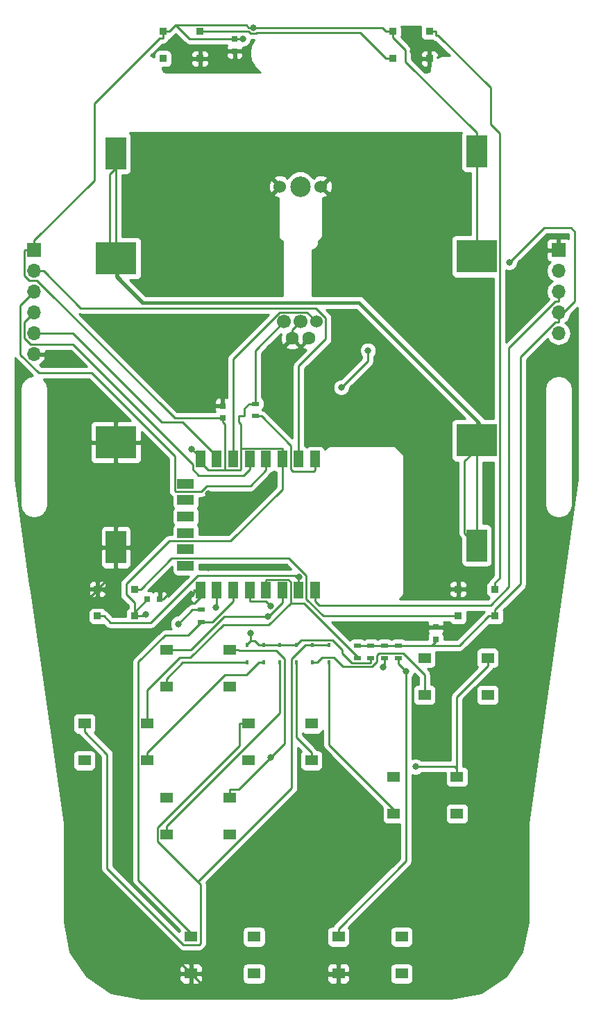
<source format=gtl>
G04 #@! TF.GenerationSoftware,KiCad,Pcbnew,(2017-07-14 revision d3b382c28)-master*
G04 #@! TF.CreationDate,2017-07-21T01:22:26-04:00*
G04 #@! TF.ProjectId,MAGLabs-2017-Swadges,4D41474C6162732D323031372D537761,rev?*
G04 #@! TF.SameCoordinates,Original
G04 #@! TF.FileFunction,Copper,L1,Top,Signal*
G04 #@! TF.FilePolarity,Positive*
%FSLAX46Y46*%
G04 Gerber Fmt 4.6, Leading zero omitted, Abs format (unit mm)*
G04 Created by KiCad (PCBNEW (2017-07-14 revision d3b382c28)-master) date Fri Jul 21 01:22:26 2017*
%MOMM*%
%LPD*%
G01*
G04 APERTURE LIST*
%ADD10R,0.900000X0.900000*%
%ADD11R,1.200000X2.000000*%
%ADD12R,2.000000X1.200000*%
%ADD13O,1.700000X1.700000*%
%ADD14R,1.700000X1.700000*%
%ADD15R,1.550000X1.300000*%
%ADD16R,0.900000X0.500000*%
%ADD17R,2.500000X4.000000*%
%ADD18R,5.000000X4.000000*%
%ADD19C,1.700000*%
%ADD20C,1.524000*%
%ADD21C,2.500000*%
%ADD22C,1.600000*%
%ADD23R,0.750000X0.800000*%
%ADD24R,0.800000X0.750000*%
%ADD25R,0.450000X0.600000*%
%ADD26C,0.800000*%
%ADD27C,0.250000*%
%ADD28C,0.254000*%
G04 APERTURE END LIST*
D10*
X116250000Y-107650000D03*
X111750000Y-107650000D03*
X116250000Y-104350000D03*
X111750000Y-104350000D03*
D11*
X138300000Y-104500000D03*
X136300000Y-104500000D03*
X134300000Y-104500000D03*
X132300000Y-104500000D03*
X130300000Y-104500000D03*
X128300000Y-104500000D03*
X126300000Y-104500000D03*
X124300000Y-104500000D03*
X138300000Y-88500000D03*
X136300000Y-88500000D03*
X134300000Y-88500000D03*
X132300000Y-88500000D03*
X130300000Y-88500000D03*
X128300000Y-88500000D03*
X126300000Y-88500000D03*
X124300000Y-88500000D03*
D12*
X122500000Y-91500000D03*
X122500000Y-93500000D03*
X122500000Y-95500000D03*
X122500000Y-101500000D03*
X122500000Y-99500000D03*
X122500000Y-97500000D03*
D13*
X104000000Y-75700000D03*
X104000000Y-73160000D03*
X104000000Y-70620000D03*
X104000000Y-68080000D03*
X104000000Y-65540000D03*
D14*
X104000000Y-63000000D03*
D15*
X147900000Y-127250000D03*
X155600000Y-127250000D03*
X155600000Y-131750000D03*
X147900000Y-131750000D03*
X151650000Y-112750000D03*
X159350000Y-112750000D03*
X159350000Y-117250000D03*
X151650000Y-117250000D03*
X141150000Y-146750000D03*
X148850000Y-146750000D03*
X148850000Y-151250000D03*
X141150000Y-151250000D03*
X123150000Y-146750000D03*
X130850000Y-146750000D03*
X130850000Y-151250000D03*
X123150000Y-151250000D03*
X130150000Y-120750000D03*
X137850000Y-120750000D03*
X137850000Y-125250000D03*
X130150000Y-125250000D03*
X120150000Y-129750000D03*
X127850000Y-129750000D03*
X127850000Y-134250000D03*
X120150000Y-134250000D03*
X110150000Y-120750000D03*
X117850000Y-120750000D03*
X117850000Y-125250000D03*
X110150000Y-125250000D03*
X120150000Y-111750000D03*
X127850000Y-111750000D03*
X127850000Y-116250000D03*
X120150000Y-116250000D03*
D16*
X146750000Y-111250000D03*
X146750000Y-112750000D03*
X145100000Y-112750000D03*
X145100000Y-111250000D03*
X143450000Y-112750000D03*
X143450000Y-111250000D03*
D17*
X158000000Y-99035000D03*
D18*
X158000000Y-86225000D03*
X158000000Y-63775000D03*
D17*
X158000000Y-50965000D03*
D19*
X134500000Y-71750000D03*
X136500000Y-71750000D03*
D20*
X138500000Y-71750000D03*
X139000000Y-55250000D03*
X134000000Y-55250000D03*
D21*
X136500000Y-55250000D03*
D22*
X135500000Y-73750000D03*
X137500000Y-73750000D03*
D17*
X114000000Y-51190000D03*
D18*
X114000000Y-64000000D03*
X114000000Y-86450000D03*
D17*
X114000000Y-99260000D03*
D23*
X127000000Y-83500000D03*
X127000000Y-82000000D03*
D24*
X119350000Y-105600000D03*
X117850000Y-105600000D03*
D23*
X128500000Y-37250000D03*
X128500000Y-38750000D03*
X153000000Y-109000000D03*
X153000000Y-110500000D03*
D25*
X130000000Y-113300000D03*
X130000000Y-111200000D03*
X132000000Y-113300000D03*
X132000000Y-111200000D03*
X134000000Y-113300000D03*
X134000000Y-111200000D03*
D10*
X155750000Y-104350000D03*
X160250000Y-104350000D03*
X155750000Y-107650000D03*
X160250000Y-107650000D03*
X147750000Y-36350000D03*
X152250000Y-36350000D03*
X147750000Y-39650000D03*
X152250000Y-39650000D03*
X124250000Y-39650000D03*
X119750000Y-39650000D03*
X124250000Y-36350000D03*
X119750000Y-36350000D03*
D25*
X136000000Y-113300000D03*
X136000000Y-111200000D03*
X138000000Y-111200000D03*
X138000000Y-113300000D03*
X140000000Y-111200000D03*
X140000000Y-113300000D03*
D13*
X168000000Y-73160000D03*
X168000000Y-70620000D03*
X168000000Y-68080000D03*
X168000000Y-65540000D03*
D14*
X168000000Y-63000000D03*
D16*
X131000000Y-83250000D03*
X131000000Y-81750000D03*
X124400000Y-108350000D03*
X124400000Y-106850000D03*
X148450000Y-111250000D03*
X148450000Y-112750000D03*
D26*
X114000000Y-51190000D03*
X114000000Y-64000000D03*
X158000000Y-99035000D03*
X158000000Y-86225000D03*
X130774440Y-35874960D03*
X162000000Y-64500000D03*
X121600000Y-108600000D03*
X117600000Y-107400000D03*
X129500000Y-37250000D03*
X123250000Y-87250000D03*
X141500000Y-79750000D03*
X144750000Y-75250000D03*
X158000000Y-63775000D03*
X158000000Y-50965000D03*
X151100000Y-72200000D03*
X151160000Y-67500000D03*
X116130000Y-57260000D03*
X113660000Y-105700000D03*
X125294398Y-92675021D03*
X120800000Y-104600000D03*
X154500000Y-108750000D03*
X154000000Y-57000000D03*
X150250000Y-38750000D03*
X127250000Y-39500000D03*
X157250000Y-104000000D03*
X107500000Y-76250000D03*
X142500000Y-76250000D03*
X125250000Y-101750000D03*
X123250000Y-105000000D03*
X126500000Y-80500000D03*
X136000000Y-151500000D03*
X114000000Y-86450000D03*
X114000000Y-99260000D03*
X126231000Y-106556000D03*
X130388600Y-109735000D03*
X136346000Y-102836000D03*
X132878000Y-106415000D03*
X149390200Y-114369200D03*
X146560900Y-113911900D03*
X132571900Y-107692500D03*
X132899100Y-124847300D03*
X150557600Y-126018700D03*
D27*
X158000000Y-86225000D02*
X158000000Y-84490000D01*
X158000000Y-84490000D02*
X158390000Y-84100000D01*
X114220000Y-66230000D02*
X114220000Y-64220000D01*
X117310000Y-69320000D02*
X114220000Y-66230000D01*
X143670000Y-69320000D02*
X117310000Y-69320000D01*
X158390000Y-84040000D02*
X143670000Y-69320000D01*
X158390000Y-84100000D02*
X158390000Y-84040000D01*
X114220000Y-64220000D02*
X114000000Y-64000000D01*
X158000000Y-86225000D02*
X158000000Y-83899700D01*
X143640420Y-69540120D02*
X117214820Y-69540120D01*
X158000000Y-83899700D02*
X143640420Y-69540120D01*
X117214820Y-69540120D02*
X114000000Y-66325300D01*
X114000000Y-66325300D02*
X114000000Y-64000000D01*
X156500000Y-97535000D02*
X158000000Y-99035000D01*
X156500000Y-88750000D02*
X156500000Y-97535000D01*
X158000000Y-87250000D02*
X156500000Y-88750000D01*
X158000000Y-86225000D02*
X158000000Y-87250000D01*
X114000000Y-64000000D02*
X114000000Y-51190000D01*
X158000000Y-86225000D02*
X158000000Y-99035000D01*
X113250000Y-63250000D02*
X114000000Y-64000000D01*
X113250000Y-53750000D02*
X113250000Y-63250000D01*
X114000000Y-53000000D02*
X113250000Y-53750000D01*
X114000000Y-51190000D02*
X114000000Y-53000000D01*
X159000000Y-85225000D02*
X158000000Y-86225000D01*
X114000000Y-64000000D02*
X114000000Y-64500000D01*
X146499960Y-35874960D02*
X131340125Y-35874960D01*
X147750000Y-36350000D02*
X146975000Y-36350000D01*
X131340125Y-35874960D02*
X130774440Y-35874960D01*
X130208755Y-35874960D02*
X130774440Y-35874960D01*
X146975000Y-36350000D02*
X146499960Y-35874960D01*
X129908495Y-35574700D02*
X130208755Y-35874960D01*
X121301000Y-35574700D02*
X129908495Y-35574700D01*
X168000000Y-70620000D02*
X168630000Y-70620000D01*
X168630000Y-70620000D02*
X170000000Y-69250000D01*
X166250000Y-60250000D02*
X162000000Y-64500000D01*
X169500000Y-60250000D02*
X166250000Y-60250000D01*
X170000000Y-60750000D02*
X169500000Y-60250000D01*
X170000000Y-69250000D02*
X170000000Y-60750000D01*
X116250000Y-107650000D02*
X116250000Y-106000000D01*
X134300000Y-92200000D02*
X134300000Y-88500000D01*
X128000000Y-98500000D02*
X134300000Y-92200000D01*
X120500000Y-98500000D02*
X128000000Y-98500000D01*
X115250000Y-103750000D02*
X120500000Y-98500000D01*
X115250000Y-105000000D02*
X115250000Y-103750000D01*
X116250000Y-106000000D02*
X115250000Y-105000000D01*
X116250000Y-107200000D02*
X117850000Y-105600000D01*
X129225000Y-87174700D02*
X129225001Y-89760001D01*
X129225001Y-89760001D02*
X129159702Y-89825300D01*
X129159702Y-89825300D02*
X127300000Y-89825300D01*
X124300000Y-88500000D02*
X124300000Y-88900000D01*
X125225300Y-89825300D02*
X127300000Y-89825300D01*
X124300000Y-88900000D02*
X125225300Y-89825300D01*
X104000000Y-63000000D02*
X102900000Y-63000000D01*
X103435999Y-66715001D02*
X104374003Y-66715001D01*
X104374003Y-66715001D02*
X121159002Y-83500000D01*
X102900000Y-63000000D02*
X102824999Y-63075001D01*
X102824999Y-63075001D02*
X102824999Y-66104001D01*
X102824999Y-66104001D02*
X103435999Y-66715001D01*
X126375000Y-83500000D02*
X127000000Y-83500000D01*
X121159002Y-83500000D02*
X126375000Y-83500000D01*
X149301000Y-40016000D02*
X158000000Y-48715000D01*
X149301000Y-38601000D02*
X149301000Y-40016000D01*
X147750000Y-37050000D02*
X149301000Y-38601000D01*
X158000000Y-48715000D02*
X158000000Y-50965000D01*
X147750000Y-36350000D02*
X147750000Y-37050000D01*
X123350000Y-106850000D02*
X121600000Y-108600000D01*
X124400000Y-106850000D02*
X123350000Y-106850000D01*
X153000000Y-110750000D02*
X152500000Y-111250000D01*
X153000000Y-110500000D02*
X153000000Y-110750000D01*
X124300000Y-88300000D02*
X123250000Y-87250000D01*
X124300000Y-88500000D02*
X124300000Y-88300000D01*
X144750000Y-76500000D02*
X144750000Y-75250000D01*
X141500000Y-79750000D02*
X144750000Y-76500000D01*
X158000000Y-50965000D02*
X158000000Y-63775000D01*
X120525000Y-36350000D02*
X121301000Y-35574700D01*
X119750000Y-36350000D02*
X120525000Y-36350000D01*
X104000000Y-61824700D02*
X104000000Y-63000000D01*
X111335000Y-54489300D02*
X104000000Y-61824700D01*
X111335000Y-45152200D02*
X111335000Y-54489300D01*
X119362000Y-37125300D02*
X111335000Y-45152200D01*
X119750000Y-37125300D02*
X119362000Y-37125300D01*
X119750000Y-36350000D02*
X119750000Y-37125300D01*
X131000000Y-75250000D02*
X134500000Y-71750000D01*
X131000000Y-81750000D02*
X131000000Y-75250000D01*
X127000000Y-83975300D02*
X127000000Y-83612600D01*
X127300000Y-84275300D02*
X127000000Y-83975300D01*
X127300000Y-89825300D02*
X127300000Y-84275300D01*
X134300000Y-87174700D02*
X134300000Y-88500000D01*
X129225000Y-87174700D02*
X134300000Y-87174700D01*
X129225000Y-84200700D02*
X129225000Y-87174700D01*
X129000000Y-83975300D02*
X129225000Y-84200700D01*
X129000000Y-83250000D02*
X129000000Y-83975300D01*
X129700000Y-83250000D02*
X129000000Y-83250000D01*
X129700000Y-82274400D02*
X129700000Y-83250000D01*
X130225000Y-81750000D02*
X129700000Y-82274400D01*
X131000000Y-81750000D02*
X130225000Y-81750000D01*
X168000000Y-71795300D02*
X168000000Y-70620000D01*
X167633000Y-71795300D02*
X168000000Y-71795300D01*
X163378000Y-76050200D02*
X167633000Y-71795300D01*
X163378000Y-103747000D02*
X163378000Y-76050200D01*
X160250000Y-106875000D02*
X163378000Y-103747000D01*
X160250000Y-107650000D02*
X160250000Y-106875000D01*
X128750000Y-37250000D02*
X128500000Y-37250000D01*
X122976000Y-37250000D02*
X121301000Y-35574700D01*
X128500000Y-37250000D02*
X122976000Y-37250000D01*
X128500000Y-37250000D02*
X128750000Y-37250000D01*
X128750000Y-37250000D02*
X129500000Y-37250000D01*
X117350000Y-107650000D02*
X116250000Y-107650000D01*
X117600000Y-107400000D02*
X117350000Y-107650000D01*
X116250000Y-107650000D02*
X116250000Y-107200000D01*
X146750000Y-111250000D02*
X148450000Y-111250000D01*
X155875000Y-111250000D02*
X152500000Y-111250000D01*
X159475000Y-107650000D02*
X155875000Y-111250000D01*
X160250000Y-107650000D02*
X159475000Y-107650000D01*
X152500000Y-111250000D02*
X148450000Y-111250000D01*
X145100000Y-111250000D02*
X146750000Y-111250000D01*
X127000000Y-83250000D02*
X127000000Y-83500000D01*
X127000000Y-83500000D02*
X127000000Y-83612600D01*
X145100000Y-111250000D02*
X143500000Y-111250000D01*
X143500000Y-111250000D02*
X143450000Y-111250000D01*
X151100000Y-67560000D02*
X151100000Y-72200000D01*
X151160000Y-67500000D02*
X151100000Y-67560000D01*
X124300000Y-104500000D02*
X124300000Y-105340000D01*
X124300000Y-105340000D02*
X123540000Y-106100000D01*
X123540000Y-106100000D02*
X122880000Y-106100000D01*
X111750000Y-104350000D02*
X112310000Y-104350000D01*
X112310000Y-104350000D02*
X113660000Y-105700000D01*
X114000000Y-99260000D02*
X114000000Y-102100000D01*
X114000000Y-102100000D02*
X111750000Y-104350000D01*
X111750000Y-104350000D02*
X111750000Y-104500000D01*
X111750000Y-104500000D02*
X107250000Y-109000000D01*
X111250000Y-139350000D02*
X123150000Y-151250000D01*
X111250000Y-133250000D02*
X111250000Y-139350000D01*
X107250000Y-129250000D02*
X111250000Y-133250000D01*
X107250000Y-109000000D02*
X107250000Y-129250000D01*
X136000000Y-151500000D02*
X133750000Y-151500000D01*
X124900000Y-153000000D02*
X123150000Y-151250000D01*
X132250000Y-153000000D02*
X124900000Y-153000000D01*
X133750000Y-151500000D02*
X132250000Y-153000000D01*
X127000000Y-81000000D02*
X127000000Y-81750000D01*
X126500000Y-80500000D02*
X127000000Y-81000000D01*
X119800000Y-105600000D02*
X120800000Y-104600000D01*
X119350000Y-105600000D02*
X119800000Y-105600000D01*
X154250000Y-109000000D02*
X154500000Y-108750000D01*
X153000000Y-109000000D02*
X154250000Y-109000000D01*
X151150000Y-39650000D02*
X150250000Y-38750000D01*
X152250000Y-39650000D02*
X151150000Y-39650000D01*
X127100000Y-39650000D02*
X124250000Y-39650000D01*
X127250000Y-39500000D02*
X127100000Y-39650000D01*
X156900000Y-104350000D02*
X155750000Y-104350000D01*
X157250000Y-104000000D02*
X156900000Y-104350000D01*
X140900000Y-151500000D02*
X141150000Y-151250000D01*
X136000000Y-151500000D02*
X140900000Y-151500000D01*
X106950000Y-75700000D02*
X107500000Y-76250000D01*
X104000000Y-75700000D02*
X106950000Y-75700000D01*
X123750000Y-104500000D02*
X123250000Y-105000000D01*
X124300000Y-104500000D02*
X123750000Y-104500000D01*
X135500000Y-72750000D02*
X136500000Y-71750000D01*
X135500000Y-73750000D02*
X135500000Y-72750000D01*
X123500000Y-104500000D02*
X124300000Y-104500000D01*
X111750000Y-104350000D02*
X111750000Y-104750000D01*
X122124700Y-113300000D02*
X120150000Y-115274700D01*
X130000000Y-113300000D02*
X122124700Y-113300000D01*
X120150000Y-116250000D02*
X120150000Y-115274700D01*
X132000000Y-111200000D02*
X134000000Y-111200000D01*
X126300000Y-106487000D02*
X126231000Y-106556000D01*
X126300000Y-104500000D02*
X126300000Y-106487000D01*
X145100000Y-112750000D02*
X145100000Y-113325300D01*
X134000000Y-111200000D02*
X136000000Y-111200000D01*
X142779800Y-113325300D02*
X145100000Y-113325300D01*
X141612500Y-112158000D02*
X142779800Y-113325300D01*
X141612500Y-111768700D02*
X141612500Y-112158000D01*
X140405000Y-110561200D02*
X141612500Y-111768700D01*
X136638800Y-110561200D02*
X140405000Y-110561200D01*
X136000000Y-111200000D02*
X136638800Y-110561200D01*
X132000000Y-111200000D02*
X131449700Y-111200000D01*
X130388600Y-109735000D02*
X130388600Y-110661800D01*
X130000000Y-111050400D02*
X130388600Y-110661800D01*
X130000000Y-111200000D02*
X130000000Y-111050400D01*
X130911500Y-110661800D02*
X131449700Y-111200000D01*
X130388600Y-110661800D02*
X130911500Y-110661800D01*
X134000000Y-119424700D02*
X120150000Y-133274700D01*
X134000000Y-113300000D02*
X134000000Y-119424700D01*
X120150000Y-134250000D02*
X120150000Y-133274700D01*
X112525000Y-107650000D02*
X113300001Y-108425001D01*
X113300001Y-108425001D02*
X118264999Y-108425001D01*
X118264999Y-108425001D02*
X124013000Y-102677000D01*
X136346000Y-102836000D02*
X136154000Y-103029000D01*
X136300000Y-103175000D02*
X136154000Y-103029000D01*
X136300000Y-104500000D02*
X136300000Y-103175000D01*
X112525000Y-107650000D02*
X111750000Y-107650000D01*
X135803000Y-102677000D02*
X124013000Y-102677000D01*
X136154000Y-103029000D02*
X135803000Y-102677000D01*
X139336000Y-107650000D02*
X155750000Y-107650000D01*
X137225000Y-105539000D02*
X139336000Y-107650000D01*
X137225000Y-102689000D02*
X137225000Y-105539000D01*
X135111000Y-100575000D02*
X137225000Y-102689000D01*
X120801000Y-100575000D02*
X135111000Y-100575000D01*
X117025000Y-104350000D02*
X120801000Y-100575000D01*
X116250000Y-104350000D02*
X117025000Y-104350000D01*
X153000000Y-36350000D02*
X153000000Y-36783500D01*
X153000000Y-36783500D02*
X153025000Y-36808500D01*
X152250000Y-36350000D02*
X153000000Y-36350000D01*
X153025000Y-36808500D02*
X153308500Y-36808500D01*
X153308500Y-36808500D02*
X159717000Y-43217000D01*
X159717000Y-43217000D02*
X159717000Y-43500000D01*
X160250000Y-103575000D02*
X160250000Y-104350000D01*
X160825000Y-102999000D02*
X160250000Y-103575000D01*
X160825000Y-48800300D02*
X160825000Y-102999000D01*
X159717000Y-47691800D02*
X160825000Y-48800300D01*
X159717000Y-43567500D02*
X159717000Y-47691800D01*
X124250000Y-36350000D02*
X130151918Y-36350000D01*
X147050000Y-39650000D02*
X147750000Y-39650000D01*
X131201402Y-36484600D02*
X143809000Y-36484600D01*
X131090041Y-36595961D02*
X131201402Y-36484600D01*
X130397879Y-36595961D02*
X131090041Y-36595961D01*
X146975000Y-39650000D02*
X147050000Y-39650000D01*
X130151918Y-36350000D02*
X130397879Y-36595961D01*
X143809000Y-36484600D02*
X146975000Y-39650000D01*
X110150000Y-120750000D02*
X110150000Y-121725300D01*
X130150000Y-120750000D02*
X129049700Y-120750000D01*
X140000000Y-111200000D02*
X138000000Y-111200000D01*
X119049600Y-135115400D02*
X123976900Y-140042700D01*
X119049600Y-133465300D02*
X119049600Y-135115400D01*
X129049700Y-123465200D02*
X119049600Y-133465300D01*
X129049700Y-120750000D02*
X129049700Y-123465200D01*
X112933300Y-124508600D02*
X110150000Y-121725300D01*
X112933300Y-138419000D02*
X112933300Y-124508600D01*
X122239700Y-147725400D02*
X112933300Y-138419000D01*
X124126900Y-147725400D02*
X122239700Y-147725400D01*
X124305400Y-147546900D02*
X124126900Y-147725400D01*
X124305400Y-140371200D02*
X124305400Y-147546900D01*
X123976900Y-140042700D02*
X124305400Y-140371200D01*
X135449600Y-128570000D02*
X123976900Y-140042700D01*
X135449600Y-112865300D02*
X135449600Y-128570000D01*
X137114900Y-111200000D02*
X135449600Y-112865300D01*
X137449700Y-111200000D02*
X137114900Y-111200000D01*
X138000000Y-111200000D02*
X137449700Y-111200000D01*
X151650000Y-114775100D02*
X151650000Y-117250000D01*
X149049500Y-112174600D02*
X151650000Y-114775100D01*
X146130200Y-112174600D02*
X149049500Y-112174600D01*
X145875400Y-112429400D02*
X146130200Y-112174600D01*
X145875400Y-113193800D02*
X145875400Y-112429400D01*
X145272800Y-113796400D02*
X145875400Y-113193800D01*
X141672200Y-113796400D02*
X145272800Y-113796400D01*
X140550400Y-112674600D02*
X141672200Y-113796400D01*
X139175700Y-112674600D02*
X140550400Y-112674600D01*
X138550300Y-113300000D02*
X139175700Y-112674600D01*
X138000000Y-113300000D02*
X138550300Y-113300000D01*
X147900000Y-131750000D02*
X147900000Y-131262000D01*
X140000000Y-123362000D02*
X140000000Y-113300000D01*
X147900000Y-131262000D02*
X140000000Y-123362000D01*
X108773589Y-73160000D02*
X105202081Y-73160000D01*
X122150011Y-83950011D02*
X119563600Y-83950011D01*
X126300000Y-88100000D02*
X122150011Y-83950011D01*
X105202081Y-73160000D02*
X104000000Y-73160000D01*
X126300000Y-88500000D02*
X126300000Y-88100000D01*
X119563600Y-83950011D02*
X108773589Y-73160000D01*
X104000000Y-70620000D02*
X102824999Y-71795001D01*
X102824999Y-71795001D02*
X102824999Y-73724001D01*
X102824999Y-73724001D02*
X103625997Y-74524999D01*
X123374999Y-89760001D02*
X124114998Y-90500000D01*
X103625997Y-74524999D02*
X108774999Y-74524999D01*
X108774999Y-74524999D02*
X123374999Y-89124999D01*
X123374999Y-89124999D02*
X123374999Y-89760001D01*
X130300000Y-89750000D02*
X130300000Y-88500000D01*
X124114998Y-90500000D02*
X129550000Y-90500000D01*
X129550000Y-90500000D02*
X130300000Y-89750000D01*
X104000000Y-68080000D02*
X102358000Y-69722000D01*
X102358000Y-69722000D02*
X102358000Y-75744500D01*
X102358000Y-75744500D02*
X104625000Y-78011600D01*
X111036000Y-78011600D02*
X121174999Y-88150599D01*
X121174999Y-88150599D02*
X121174999Y-92360001D01*
X132300000Y-89836410D02*
X132300000Y-89750000D01*
X104625000Y-78011600D02*
X111036000Y-78011600D01*
X121174999Y-92360001D02*
X121239999Y-92425001D01*
X121239999Y-92425001D02*
X124453608Y-92425001D01*
X124453608Y-92425001D02*
X125128609Y-91750000D01*
X125128609Y-91750000D02*
X130386410Y-91750000D01*
X130386410Y-91750000D02*
X132300000Y-89836410D01*
X132300000Y-89750000D02*
X132300000Y-88500000D01*
X136300000Y-77151800D02*
X136300000Y-88500000D01*
X139610000Y-73841400D02*
X136300000Y-77151800D01*
X139610000Y-71322300D02*
X139610000Y-73841400D01*
X138360000Y-70072300D02*
X139610000Y-71322300D01*
X109708000Y-70072300D02*
X138360000Y-70072300D01*
X105175000Y-65540000D02*
X109708000Y-70072300D01*
X104000000Y-65540000D02*
X105175000Y-65540000D01*
X132288000Y-105825000D02*
X132878000Y-106415000D01*
X130300000Y-105825000D02*
X132288000Y-105825000D01*
X130300000Y-104500000D02*
X130300000Y-105825000D01*
X148450000Y-113429000D02*
X148450000Y-112750000D01*
X149390200Y-114369200D02*
X148450000Y-113429000D01*
X141150000Y-146750000D02*
X141150000Y-145774700D01*
X149390200Y-137534500D02*
X149390200Y-114369200D01*
X141150000Y-145774700D02*
X149390200Y-137534500D01*
X138300000Y-105825000D02*
X138300000Y-104500000D01*
X138803000Y-106328000D02*
X138300000Y-105825000D01*
X159690000Y-106328000D02*
X138803000Y-106328000D01*
X161936000Y-104083000D02*
X159690000Y-106328000D01*
X161936000Y-74952500D02*
X161936000Y-104083000D01*
X167633000Y-69255300D02*
X161936000Y-74952500D01*
X168000000Y-69255300D02*
X167633000Y-69255300D01*
X168000000Y-68080000D02*
X168000000Y-69255300D01*
X135614998Y-90000000D02*
X138125300Y-90000000D01*
X138125300Y-90000000D02*
X138300000Y-89825300D01*
X135375000Y-86849300D02*
X135374999Y-89760001D01*
X135374999Y-89760001D02*
X135614998Y-90000000D01*
X138300000Y-89825300D02*
X138300000Y-88500000D01*
X131775000Y-83250000D02*
X135375000Y-86849300D01*
X131000000Y-83250000D02*
X131775000Y-83250000D01*
X137324000Y-70574200D02*
X138500000Y-71750000D01*
X133991000Y-70574200D02*
X137324000Y-70574200D01*
X128300000Y-76265300D02*
X133991000Y-70574200D01*
X128300000Y-88500000D02*
X128300000Y-76265300D01*
X123118700Y-111750000D02*
X120150000Y-111750000D01*
X127176200Y-107692500D02*
X123118700Y-111750000D01*
X132571900Y-107692500D02*
X127176200Y-107692500D01*
X132648300Y-107692500D02*
X132571900Y-107692500D01*
X134300000Y-106040800D02*
X132648300Y-107692500D01*
X134300000Y-104500000D02*
X134300000Y-106040800D01*
X146750000Y-113722800D02*
X146560900Y-113911900D01*
X146750000Y-112750000D02*
X146750000Y-113722800D01*
X143450000Y-112750000D02*
X143450000Y-112614000D01*
X132300000Y-104675000D02*
X132300000Y-104500000D01*
X132300000Y-104500000D02*
X132300000Y-103287300D01*
X136907400Y-106071400D02*
X143450000Y-112614000D01*
X135300000Y-106071400D02*
X136907400Y-106071400D01*
X135300000Y-103439000D02*
X135300000Y-106071400D01*
X135035700Y-103174700D02*
X135300000Y-103439000D01*
X132412600Y-103174700D02*
X135035700Y-103174700D01*
X132300000Y-103287300D02*
X132412600Y-103174700D01*
X117850000Y-116645700D02*
X117850000Y-120750000D01*
X121770300Y-112725400D02*
X117850000Y-116645700D01*
X123083500Y-112725400D02*
X121770300Y-112725400D01*
X127086200Y-108722700D02*
X123083500Y-112725400D01*
X132648700Y-108722700D02*
X127086200Y-108722700D01*
X135300000Y-106071400D02*
X132648700Y-108722700D01*
X123150000Y-146750000D02*
X123150000Y-146262000D01*
X124435100Y-108350000D02*
X124400000Y-108350000D01*
X125775000Y-108350000D02*
X124435100Y-108350000D01*
X128300000Y-105825000D02*
X125775000Y-108350000D01*
X128300000Y-104500000D02*
X128300000Y-105825000D01*
X116749600Y-139861600D02*
X123150000Y-146262000D01*
X116749600Y-113237900D02*
X116749600Y-139861600D01*
X120008400Y-109979100D02*
X116749600Y-113237900D01*
X122806000Y-109979100D02*
X120008400Y-109979100D01*
X124435100Y-108350000D02*
X122806000Y-109979100D01*
X127322900Y-114801800D02*
X117850000Y-124274700D01*
X129947900Y-114801800D02*
X127322900Y-114801800D01*
X131449700Y-113300000D02*
X129947900Y-114801800D01*
X132000000Y-113300000D02*
X131449700Y-113300000D01*
X117850000Y-125250000D02*
X117850000Y-124274700D01*
X136000000Y-122424700D02*
X137850000Y-124274700D01*
X136000000Y-113300000D02*
X136000000Y-122424700D01*
X137850000Y-125250000D02*
X137850000Y-124274700D01*
X159350000Y-112750000D02*
X159350000Y-113725300D01*
X127850000Y-129750000D02*
X127850000Y-128774700D01*
X155344000Y-126018700D02*
X155600000Y-126274700D01*
X150557600Y-126018700D02*
X155344000Y-126018700D01*
X155600000Y-127250000D02*
X155600000Y-126274700D01*
X155600000Y-117475300D02*
X155600000Y-126274700D01*
X159350000Y-113725300D02*
X155600000Y-117475300D01*
X128971700Y-128774700D02*
X127850000Y-128774700D01*
X132899100Y-124847300D02*
X128971700Y-128774700D01*
X127850000Y-111750000D02*
X127850000Y-111375000D01*
X134553800Y-123192600D02*
X132899100Y-124847300D01*
X134553800Y-112838800D02*
X134553800Y-123192600D01*
X133540400Y-111825400D02*
X134553800Y-112838800D01*
X129025700Y-111825400D02*
X133540400Y-111825400D01*
X128950300Y-111750000D02*
X129025700Y-111825400D01*
X127850000Y-111750000D02*
X128950300Y-111750000D01*
X127850000Y-116250000D02*
X127850000Y-115762000D01*
X127850000Y-134250000D02*
X127850000Y-133762000D01*
D28*
G36*
X170290000Y-90949543D02*
X164297136Y-132899591D01*
X164299897Y-132950245D01*
X164290000Y-133000000D01*
X164290000Y-144930069D01*
X163569989Y-148549807D01*
X161559187Y-151559186D01*
X158549805Y-153569990D01*
X154930069Y-154290000D01*
X117069931Y-154290000D01*
X113450193Y-153569989D01*
X110440814Y-151559187D01*
X110425154Y-151535750D01*
X121740000Y-151535750D01*
X121740000Y-152026310D01*
X121836673Y-152259699D01*
X122015302Y-152438327D01*
X122248691Y-152535000D01*
X122864250Y-152535000D01*
X123023000Y-152376250D01*
X123023000Y-151377000D01*
X123277000Y-151377000D01*
X123277000Y-152376250D01*
X123435750Y-152535000D01*
X124051309Y-152535000D01*
X124284698Y-152438327D01*
X124463327Y-152259699D01*
X124560000Y-152026310D01*
X124560000Y-151535750D01*
X124401250Y-151377000D01*
X123277000Y-151377000D01*
X123023000Y-151377000D01*
X121898750Y-151377000D01*
X121740000Y-151535750D01*
X110425154Y-151535750D01*
X109715509Y-150473690D01*
X121740000Y-150473690D01*
X121740000Y-150964250D01*
X121898750Y-151123000D01*
X123023000Y-151123000D01*
X123023000Y-150123750D01*
X123277000Y-150123750D01*
X123277000Y-151123000D01*
X124401250Y-151123000D01*
X124560000Y-150964250D01*
X124560000Y-150600000D01*
X129427560Y-150600000D01*
X129427560Y-151900000D01*
X129476843Y-152147765D01*
X129617191Y-152357809D01*
X129827235Y-152498157D01*
X130075000Y-152547440D01*
X131625000Y-152547440D01*
X131872765Y-152498157D01*
X132082809Y-152357809D01*
X132223157Y-152147765D01*
X132272440Y-151900000D01*
X132272440Y-151535750D01*
X139740000Y-151535750D01*
X139740000Y-152026310D01*
X139836673Y-152259699D01*
X140015302Y-152438327D01*
X140248691Y-152535000D01*
X140864250Y-152535000D01*
X141023000Y-152376250D01*
X141023000Y-151377000D01*
X141277000Y-151377000D01*
X141277000Y-152376250D01*
X141435750Y-152535000D01*
X142051309Y-152535000D01*
X142284698Y-152438327D01*
X142463327Y-152259699D01*
X142560000Y-152026310D01*
X142560000Y-151535750D01*
X142401250Y-151377000D01*
X141277000Y-151377000D01*
X141023000Y-151377000D01*
X139898750Y-151377000D01*
X139740000Y-151535750D01*
X132272440Y-151535750D01*
X132272440Y-150600000D01*
X132247316Y-150473690D01*
X139740000Y-150473690D01*
X139740000Y-150964250D01*
X139898750Y-151123000D01*
X141023000Y-151123000D01*
X141023000Y-150123750D01*
X141277000Y-150123750D01*
X141277000Y-151123000D01*
X142401250Y-151123000D01*
X142560000Y-150964250D01*
X142560000Y-150600000D01*
X147427560Y-150600000D01*
X147427560Y-151900000D01*
X147476843Y-152147765D01*
X147617191Y-152357809D01*
X147827235Y-152498157D01*
X148075000Y-152547440D01*
X149625000Y-152547440D01*
X149872765Y-152498157D01*
X150082809Y-152357809D01*
X150223157Y-152147765D01*
X150272440Y-151900000D01*
X150272440Y-150600000D01*
X150223157Y-150352235D01*
X150082809Y-150142191D01*
X149872765Y-150001843D01*
X149625000Y-149952560D01*
X148075000Y-149952560D01*
X147827235Y-150001843D01*
X147617191Y-150142191D01*
X147476843Y-150352235D01*
X147427560Y-150600000D01*
X142560000Y-150600000D01*
X142560000Y-150473690D01*
X142463327Y-150240301D01*
X142284698Y-150061673D01*
X142051309Y-149965000D01*
X141435750Y-149965000D01*
X141277000Y-150123750D01*
X141023000Y-150123750D01*
X140864250Y-149965000D01*
X140248691Y-149965000D01*
X140015302Y-150061673D01*
X139836673Y-150240301D01*
X139740000Y-150473690D01*
X132247316Y-150473690D01*
X132223157Y-150352235D01*
X132082809Y-150142191D01*
X131872765Y-150001843D01*
X131625000Y-149952560D01*
X130075000Y-149952560D01*
X129827235Y-150001843D01*
X129617191Y-150142191D01*
X129476843Y-150352235D01*
X129427560Y-150600000D01*
X124560000Y-150600000D01*
X124560000Y-150473690D01*
X124463327Y-150240301D01*
X124284698Y-150061673D01*
X124051309Y-149965000D01*
X123435750Y-149965000D01*
X123277000Y-150123750D01*
X123023000Y-150123750D01*
X122864250Y-149965000D01*
X122248691Y-149965000D01*
X122015302Y-150061673D01*
X121836673Y-150240301D01*
X121740000Y-150473690D01*
X109715509Y-150473690D01*
X108430010Y-148549805D01*
X107710000Y-144930069D01*
X107710000Y-133000000D01*
X107700103Y-132950245D01*
X107702864Y-132899591D01*
X106517209Y-124600000D01*
X108727560Y-124600000D01*
X108727560Y-125900000D01*
X108776843Y-126147765D01*
X108917191Y-126357809D01*
X109127235Y-126498157D01*
X109375000Y-126547440D01*
X110925000Y-126547440D01*
X111172765Y-126498157D01*
X111382809Y-126357809D01*
X111523157Y-126147765D01*
X111572440Y-125900000D01*
X111572440Y-124600000D01*
X111523157Y-124352235D01*
X111382809Y-124142191D01*
X111172765Y-124001843D01*
X110925000Y-123952560D01*
X109375000Y-123952560D01*
X109127235Y-124001843D01*
X108917191Y-124142191D01*
X108776843Y-124352235D01*
X108727560Y-124600000D01*
X106517209Y-124600000D01*
X103665173Y-104635750D01*
X110665000Y-104635750D01*
X110665000Y-104926310D01*
X110761673Y-105159699D01*
X110940302Y-105338327D01*
X111173691Y-105435000D01*
X111464250Y-105435000D01*
X111623000Y-105276250D01*
X111623000Y-104477000D01*
X111877000Y-104477000D01*
X111877000Y-105276250D01*
X112035750Y-105435000D01*
X112326309Y-105435000D01*
X112559698Y-105338327D01*
X112738327Y-105159699D01*
X112835000Y-104926310D01*
X112835000Y-104635750D01*
X112676250Y-104477000D01*
X111877000Y-104477000D01*
X111623000Y-104477000D01*
X110823750Y-104477000D01*
X110665000Y-104635750D01*
X103665173Y-104635750D01*
X103542022Y-103773690D01*
X110665000Y-103773690D01*
X110665000Y-104064250D01*
X110823750Y-104223000D01*
X111623000Y-104223000D01*
X111623000Y-103423750D01*
X111877000Y-103423750D01*
X111877000Y-104223000D01*
X112676250Y-104223000D01*
X112835000Y-104064250D01*
X112835000Y-103773690D01*
X112738327Y-103540301D01*
X112559698Y-103361673D01*
X112326309Y-103265000D01*
X112035750Y-103265000D01*
X111877000Y-103423750D01*
X111623000Y-103423750D01*
X111464250Y-103265000D01*
X111173691Y-103265000D01*
X110940302Y-103361673D01*
X110761673Y-103540301D01*
X110665000Y-103773690D01*
X103542022Y-103773690D01*
X102938031Y-99545750D01*
X112115000Y-99545750D01*
X112115000Y-101386310D01*
X112211673Y-101619699D01*
X112390302Y-101798327D01*
X112623691Y-101895000D01*
X113714250Y-101895000D01*
X113873000Y-101736250D01*
X113873000Y-99387000D01*
X114127000Y-99387000D01*
X114127000Y-101736250D01*
X114285750Y-101895000D01*
X115376309Y-101895000D01*
X115609698Y-101798327D01*
X115788327Y-101619699D01*
X115885000Y-101386310D01*
X115885000Y-99545750D01*
X115726250Y-99387000D01*
X114127000Y-99387000D01*
X113873000Y-99387000D01*
X112273750Y-99387000D01*
X112115000Y-99545750D01*
X102938031Y-99545750D01*
X102593451Y-97133690D01*
X112115000Y-97133690D01*
X112115000Y-98974250D01*
X112273750Y-99133000D01*
X113873000Y-99133000D01*
X113873000Y-96783750D01*
X114127000Y-96783750D01*
X114127000Y-99133000D01*
X115726250Y-99133000D01*
X115885000Y-98974250D01*
X115885000Y-97133690D01*
X115788327Y-96900301D01*
X115609698Y-96721673D01*
X115376309Y-96625000D01*
X114285750Y-96625000D01*
X114127000Y-96783750D01*
X113873000Y-96783750D01*
X113714250Y-96625000D01*
X112623691Y-96625000D01*
X112390302Y-96721673D01*
X112211673Y-96900301D01*
X112115000Y-97133690D01*
X102593451Y-97133690D01*
X101710000Y-90949543D01*
X101710000Y-76116377D01*
X101738636Y-76159234D01*
X101820587Y-76281889D01*
X103845442Y-78306833D01*
X103478804Y-78379762D01*
X103406632Y-78409657D01*
X103222862Y-78485777D01*
X102898438Y-78702549D01*
X102739501Y-78861487D01*
X102702549Y-78898439D01*
X102485776Y-79222862D01*
X102435581Y-79344046D01*
X102379762Y-79478804D01*
X102303642Y-79861487D01*
X102303642Y-79931416D01*
X102290000Y-80000000D01*
X102290000Y-94000000D01*
X102303642Y-94068584D01*
X102303642Y-94138513D01*
X102379762Y-94521196D01*
X102394928Y-94557809D01*
X102485776Y-94777138D01*
X102702549Y-95101561D01*
X102702550Y-95101562D01*
X102898438Y-95297451D01*
X103222862Y-95514223D01*
X103328877Y-95558136D01*
X103478804Y-95620238D01*
X103861486Y-95696358D01*
X104138513Y-95696358D01*
X104521196Y-95620238D01*
X104596160Y-95589187D01*
X104777138Y-95514224D01*
X105101561Y-95297451D01*
X105101562Y-95297450D01*
X105297451Y-95101562D01*
X105514223Y-94777138D01*
X105565959Y-94652235D01*
X105620238Y-94521196D01*
X105696358Y-94138514D01*
X105696358Y-94068584D01*
X105710000Y-94000000D01*
X105710000Y-86735750D01*
X110865000Y-86735750D01*
X110865000Y-88576310D01*
X110961673Y-88809699D01*
X111140302Y-88988327D01*
X111373691Y-89085000D01*
X113714250Y-89085000D01*
X113873000Y-88926250D01*
X113873000Y-86577000D01*
X114127000Y-86577000D01*
X114127000Y-88926250D01*
X114285750Y-89085000D01*
X116626309Y-89085000D01*
X116859698Y-88988327D01*
X117038327Y-88809699D01*
X117135000Y-88576310D01*
X117135000Y-86735750D01*
X116976250Y-86577000D01*
X114127000Y-86577000D01*
X113873000Y-86577000D01*
X111023750Y-86577000D01*
X110865000Y-86735750D01*
X105710000Y-86735750D01*
X105710000Y-84323690D01*
X110865000Y-84323690D01*
X110865000Y-86164250D01*
X111023750Y-86323000D01*
X113873000Y-86323000D01*
X113873000Y-83973750D01*
X113714250Y-83815000D01*
X111373691Y-83815000D01*
X111140302Y-83911673D01*
X110961673Y-84090301D01*
X110865000Y-84323690D01*
X105710000Y-84323690D01*
X105710000Y-80000000D01*
X105696358Y-79931416D01*
X105696358Y-79861486D01*
X105620238Y-79478804D01*
X105514223Y-79222863D01*
X105514223Y-79222862D01*
X105297451Y-78898438D01*
X105170612Y-78771600D01*
X110721198Y-78771600D01*
X115764598Y-83815000D01*
X114285750Y-83815000D01*
X114127000Y-83973750D01*
X114127000Y-86323000D01*
X116976250Y-86323000D01*
X117135000Y-86164250D01*
X117135000Y-85185402D01*
X120414999Y-88465401D01*
X120414999Y-92360001D01*
X120472851Y-92650840D01*
X120637598Y-92897402D01*
X120702598Y-92962402D01*
X120852560Y-93062603D01*
X120852560Y-94100000D01*
X120901843Y-94347765D01*
X121003564Y-94500000D01*
X120901843Y-94652235D01*
X120852560Y-94900000D01*
X120852560Y-96100000D01*
X120901843Y-96347765D01*
X121003564Y-96500000D01*
X120901843Y-96652235D01*
X120852560Y-96900000D01*
X120852560Y-97740000D01*
X120500000Y-97740000D01*
X120209160Y-97797852D01*
X119962599Y-97962599D01*
X114712599Y-103212599D01*
X114547852Y-103459161D01*
X114490000Y-103750000D01*
X114490000Y-105000000D01*
X114547852Y-105290839D01*
X114712599Y-105537401D01*
X115490000Y-106314802D01*
X115490000Y-106643427D01*
X115342191Y-106742191D01*
X115201843Y-106952235D01*
X115152560Y-107200000D01*
X115152560Y-107665001D01*
X113614803Y-107665001D01*
X113062401Y-107112599D01*
X112815839Y-106947852D01*
X112792069Y-106943124D01*
X112657809Y-106742191D01*
X112447765Y-106601843D01*
X112200000Y-106552560D01*
X111300000Y-106552560D01*
X111052235Y-106601843D01*
X110842191Y-106742191D01*
X110701843Y-106952235D01*
X110652560Y-107200000D01*
X110652560Y-108100000D01*
X110701843Y-108347765D01*
X110842191Y-108557809D01*
X111052235Y-108698157D01*
X111300000Y-108747440D01*
X112200000Y-108747440D01*
X112447765Y-108698157D01*
X112478091Y-108677893D01*
X112762600Y-108962402D01*
X113009162Y-109127149D01*
X113300001Y-109185001D01*
X118264999Y-109185001D01*
X118555838Y-109127149D01*
X118802400Y-108962402D01*
X123137800Y-104627002D01*
X123223748Y-104627002D01*
X123065000Y-104785750D01*
X123065000Y-105626309D01*
X123161673Y-105859698D01*
X123340301Y-106038327D01*
X123465051Y-106090000D01*
X123350000Y-106090000D01*
X123059161Y-106147852D01*
X122812599Y-106312599D01*
X121560233Y-107564965D01*
X121395029Y-107564821D01*
X121014485Y-107722058D01*
X120723081Y-108012954D01*
X120565180Y-108393223D01*
X120564821Y-108804971D01*
X120722058Y-109185515D01*
X120755584Y-109219100D01*
X120008400Y-109219100D01*
X119717561Y-109276952D01*
X119470999Y-109441699D01*
X116212199Y-112700499D01*
X116047452Y-112947061D01*
X115989600Y-113237900D01*
X115989600Y-139861600D01*
X116047452Y-140152439D01*
X116212199Y-140399001D01*
X121758359Y-145945161D01*
X121727560Y-146100000D01*
X121727560Y-146138458D01*
X113693300Y-138104198D01*
X113693300Y-124508600D01*
X113635448Y-124217761D01*
X113470701Y-123971199D01*
X111367524Y-121868022D01*
X111382809Y-121857809D01*
X111523157Y-121647765D01*
X111572440Y-121400000D01*
X111572440Y-120100000D01*
X111523157Y-119852235D01*
X111382809Y-119642191D01*
X111172765Y-119501843D01*
X110925000Y-119452560D01*
X109375000Y-119452560D01*
X109127235Y-119501843D01*
X108917191Y-119642191D01*
X108776843Y-119852235D01*
X108727560Y-120100000D01*
X108727560Y-121400000D01*
X108776843Y-121647765D01*
X108917191Y-121857809D01*
X109127235Y-121998157D01*
X109375000Y-122047440D01*
X109468767Y-122047440D01*
X109612599Y-122262701D01*
X112173300Y-124823402D01*
X112173300Y-138419000D01*
X112231152Y-138709839D01*
X112395899Y-138956401D01*
X121702299Y-148262801D01*
X121948861Y-148427548D01*
X122239700Y-148485400D01*
X124126900Y-148485400D01*
X124417739Y-148427548D01*
X124664301Y-148262801D01*
X124842801Y-148084301D01*
X125007548Y-147837739D01*
X125065400Y-147546900D01*
X125065400Y-146100000D01*
X129427560Y-146100000D01*
X129427560Y-147400000D01*
X129476843Y-147647765D01*
X129617191Y-147857809D01*
X129827235Y-147998157D01*
X130075000Y-148047440D01*
X131625000Y-148047440D01*
X131872765Y-147998157D01*
X132082809Y-147857809D01*
X132223157Y-147647765D01*
X132272440Y-147400000D01*
X132272440Y-146100000D01*
X132223157Y-145852235D01*
X132082809Y-145642191D01*
X131872765Y-145501843D01*
X131625000Y-145452560D01*
X130075000Y-145452560D01*
X129827235Y-145501843D01*
X129617191Y-145642191D01*
X129476843Y-145852235D01*
X129427560Y-146100000D01*
X125065400Y-146100000D01*
X125065400Y-140371200D01*
X125008625Y-140085777D01*
X135987001Y-129107401D01*
X136151748Y-128860839D01*
X136209600Y-128570000D01*
X136209600Y-123709102D01*
X136632476Y-124131978D01*
X136617191Y-124142191D01*
X136476843Y-124352235D01*
X136427560Y-124600000D01*
X136427560Y-125900000D01*
X136476843Y-126147765D01*
X136617191Y-126357809D01*
X136827235Y-126498157D01*
X137075000Y-126547440D01*
X138625000Y-126547440D01*
X138872765Y-126498157D01*
X139082809Y-126357809D01*
X139223157Y-126147765D01*
X139272440Y-125900000D01*
X139272440Y-124600000D01*
X139223157Y-124352235D01*
X139082809Y-124142191D01*
X138872765Y-124001843D01*
X138625000Y-123952560D01*
X138531233Y-123952560D01*
X138387401Y-123737299D01*
X136760000Y-122109898D01*
X136760000Y-121953232D01*
X136827235Y-121998157D01*
X137075000Y-122047440D01*
X138625000Y-122047440D01*
X138872765Y-121998157D01*
X139082809Y-121857809D01*
X139223157Y-121647765D01*
X139240000Y-121563089D01*
X139240000Y-123362000D01*
X139297852Y-123652839D01*
X139462599Y-123899401D01*
X146508359Y-130945161D01*
X146477560Y-131100000D01*
X146477560Y-132400000D01*
X146526843Y-132647765D01*
X146667191Y-132857809D01*
X146877235Y-132998157D01*
X147125000Y-133047440D01*
X148630200Y-133047440D01*
X148630200Y-137219698D01*
X140612599Y-145237299D01*
X140468767Y-145452560D01*
X140375000Y-145452560D01*
X140127235Y-145501843D01*
X139917191Y-145642191D01*
X139776843Y-145852235D01*
X139727560Y-146100000D01*
X139727560Y-147400000D01*
X139776843Y-147647765D01*
X139917191Y-147857809D01*
X140127235Y-147998157D01*
X140375000Y-148047440D01*
X141925000Y-148047440D01*
X142172765Y-147998157D01*
X142382809Y-147857809D01*
X142523157Y-147647765D01*
X142572440Y-147400000D01*
X142572440Y-146100000D01*
X147427560Y-146100000D01*
X147427560Y-147400000D01*
X147476843Y-147647765D01*
X147617191Y-147857809D01*
X147827235Y-147998157D01*
X148075000Y-148047440D01*
X149625000Y-148047440D01*
X149872765Y-147998157D01*
X150082809Y-147857809D01*
X150223157Y-147647765D01*
X150272440Y-147400000D01*
X150272440Y-146100000D01*
X150223157Y-145852235D01*
X150082809Y-145642191D01*
X149872765Y-145501843D01*
X149625000Y-145452560D01*
X148075000Y-145452560D01*
X147827235Y-145501843D01*
X147617191Y-145642191D01*
X147476843Y-145852235D01*
X147427560Y-146100000D01*
X142572440Y-146100000D01*
X142523157Y-145852235D01*
X142382809Y-145642191D01*
X142367524Y-145631978D01*
X149927601Y-138071901D01*
X150092348Y-137825339D01*
X150150200Y-137534500D01*
X150150200Y-131100000D01*
X154177560Y-131100000D01*
X154177560Y-132400000D01*
X154226843Y-132647765D01*
X154367191Y-132857809D01*
X154577235Y-132998157D01*
X154825000Y-133047440D01*
X156375000Y-133047440D01*
X156622765Y-132998157D01*
X156832809Y-132857809D01*
X156973157Y-132647765D01*
X157022440Y-132400000D01*
X157022440Y-131100000D01*
X156973157Y-130852235D01*
X156832809Y-130642191D01*
X156622765Y-130501843D01*
X156375000Y-130452560D01*
X154825000Y-130452560D01*
X154577235Y-130501843D01*
X154367191Y-130642191D01*
X154226843Y-130852235D01*
X154177560Y-131100000D01*
X150150200Y-131100000D01*
X150150200Y-126970214D01*
X150350823Y-127053520D01*
X150762571Y-127053879D01*
X151143115Y-126896642D01*
X151261263Y-126778700D01*
X154177560Y-126778700D01*
X154177560Y-127900000D01*
X154226843Y-128147765D01*
X154367191Y-128357809D01*
X154577235Y-128498157D01*
X154825000Y-128547440D01*
X156375000Y-128547440D01*
X156622765Y-128498157D01*
X156832809Y-128357809D01*
X156973157Y-128147765D01*
X157022440Y-127900000D01*
X157022440Y-126600000D01*
X156973157Y-126352235D01*
X156832809Y-126142191D01*
X156622765Y-126001843D01*
X156375000Y-125952560D01*
X156360000Y-125952560D01*
X156360000Y-117790102D01*
X157550102Y-116600000D01*
X157927560Y-116600000D01*
X157927560Y-117900000D01*
X157976843Y-118147765D01*
X158117191Y-118357809D01*
X158327235Y-118498157D01*
X158575000Y-118547440D01*
X160125000Y-118547440D01*
X160372765Y-118498157D01*
X160582809Y-118357809D01*
X160723157Y-118147765D01*
X160772440Y-117900000D01*
X160772440Y-116600000D01*
X160723157Y-116352235D01*
X160582809Y-116142191D01*
X160372765Y-116001843D01*
X160125000Y-115952560D01*
X158575000Y-115952560D01*
X158327235Y-116001843D01*
X158117191Y-116142191D01*
X157976843Y-116352235D01*
X157927560Y-116600000D01*
X157550102Y-116600000D01*
X159887401Y-114262701D01*
X160031233Y-114047440D01*
X160125000Y-114047440D01*
X160372765Y-113998157D01*
X160582809Y-113857809D01*
X160723157Y-113647765D01*
X160772440Y-113400000D01*
X160772440Y-112100000D01*
X160723157Y-111852235D01*
X160582809Y-111642191D01*
X160372765Y-111501843D01*
X160125000Y-111452560D01*
X158575000Y-111452560D01*
X158327235Y-111501843D01*
X158117191Y-111642191D01*
X157976843Y-111852235D01*
X157927560Y-112100000D01*
X157927560Y-113400000D01*
X157976843Y-113647765D01*
X158117191Y-113857809D01*
X158132476Y-113868022D01*
X155062599Y-116937899D01*
X154897852Y-117184461D01*
X154840000Y-117475300D01*
X154840000Y-125258700D01*
X151261361Y-125258700D01*
X151144646Y-125141781D01*
X150764377Y-124983880D01*
X150352629Y-124983521D01*
X150150200Y-125067163D01*
X150150200Y-115072961D01*
X150267119Y-114956246D01*
X150410659Y-114610561D01*
X150890000Y-115089902D01*
X150890000Y-115952560D01*
X150875000Y-115952560D01*
X150627235Y-116001843D01*
X150417191Y-116142191D01*
X150276843Y-116352235D01*
X150227560Y-116600000D01*
X150227560Y-117900000D01*
X150276843Y-118147765D01*
X150417191Y-118357809D01*
X150627235Y-118498157D01*
X150875000Y-118547440D01*
X152425000Y-118547440D01*
X152672765Y-118498157D01*
X152882809Y-118357809D01*
X153023157Y-118147765D01*
X153072440Y-117900000D01*
X153072440Y-116600000D01*
X153023157Y-116352235D01*
X152882809Y-116142191D01*
X152672765Y-116001843D01*
X152425000Y-115952560D01*
X152410000Y-115952560D01*
X152410000Y-114775100D01*
X152387113Y-114660040D01*
X152352148Y-114484260D01*
X152187401Y-114237699D01*
X151997142Y-114047440D01*
X152425000Y-114047440D01*
X152672765Y-113998157D01*
X152882809Y-113857809D01*
X153023157Y-113647765D01*
X153072440Y-113400000D01*
X153072440Y-112100000D01*
X153054538Y-112010000D01*
X155875000Y-112010000D01*
X156165839Y-111952148D01*
X156412401Y-111787401D01*
X159521909Y-108677893D01*
X159552235Y-108698157D01*
X159800000Y-108747440D01*
X160700000Y-108747440D01*
X160947765Y-108698157D01*
X161157809Y-108557809D01*
X161298157Y-108347765D01*
X161347440Y-108100000D01*
X161347440Y-107200000D01*
X161298157Y-106952235D01*
X161277893Y-106921909D01*
X163915401Y-104284401D01*
X164080148Y-104037839D01*
X164138000Y-103747000D01*
X164138000Y-80000000D01*
X166290000Y-80000000D01*
X166290000Y-94000000D01*
X166303642Y-94068584D01*
X166303642Y-94138513D01*
X166379762Y-94521196D01*
X166394928Y-94557809D01*
X166485776Y-94777138D01*
X166702549Y-95101561D01*
X166702550Y-95101562D01*
X166898438Y-95297451D01*
X167222862Y-95514223D01*
X167328877Y-95558136D01*
X167478804Y-95620238D01*
X167861486Y-95696358D01*
X168138513Y-95696358D01*
X168521196Y-95620238D01*
X168596160Y-95589187D01*
X168777138Y-95514224D01*
X169101561Y-95297451D01*
X169101562Y-95297450D01*
X169297451Y-95101562D01*
X169514223Y-94777138D01*
X169565959Y-94652235D01*
X169620238Y-94521196D01*
X169696358Y-94138514D01*
X169696358Y-94068584D01*
X169710000Y-94000000D01*
X169710000Y-80000000D01*
X169696358Y-79931416D01*
X169696358Y-79861486D01*
X169620238Y-79478804D01*
X169514223Y-79222863D01*
X169514223Y-79222862D01*
X169297451Y-78898438D01*
X169101562Y-78702550D01*
X169101561Y-78702549D01*
X168777138Y-78485776D01*
X168593368Y-78409657D01*
X168521196Y-78379762D01*
X168138513Y-78303642D01*
X167861486Y-78303642D01*
X167478804Y-78379762D01*
X167406632Y-78409657D01*
X167222862Y-78485777D01*
X166898438Y-78702549D01*
X166739501Y-78861487D01*
X166702549Y-78898439D01*
X166485776Y-79222862D01*
X166435581Y-79344046D01*
X166379762Y-79478804D01*
X166303642Y-79861487D01*
X166303642Y-79931416D01*
X166290000Y-80000000D01*
X164138000Y-80000000D01*
X164138000Y-76365007D01*
X166669376Y-73833691D01*
X166920853Y-74210054D01*
X167402622Y-74531961D01*
X167970907Y-74645000D01*
X168029093Y-74645000D01*
X168597378Y-74531961D01*
X169079147Y-74210054D01*
X169401054Y-73728285D01*
X169514093Y-73160000D01*
X169401054Y-72591715D01*
X169079147Y-72109946D01*
X168749974Y-71890000D01*
X169079147Y-71670054D01*
X169401054Y-71188285D01*
X169466739Y-70858063D01*
X170290000Y-70034802D01*
X170290000Y-90949543D01*
X170290000Y-90949543D01*
G37*
X170290000Y-90949543D02*
X164297136Y-132899591D01*
X164299897Y-132950245D01*
X164290000Y-133000000D01*
X164290000Y-144930069D01*
X163569989Y-148549807D01*
X161559187Y-151559186D01*
X158549805Y-153569990D01*
X154930069Y-154290000D01*
X117069931Y-154290000D01*
X113450193Y-153569989D01*
X110440814Y-151559187D01*
X110425154Y-151535750D01*
X121740000Y-151535750D01*
X121740000Y-152026310D01*
X121836673Y-152259699D01*
X122015302Y-152438327D01*
X122248691Y-152535000D01*
X122864250Y-152535000D01*
X123023000Y-152376250D01*
X123023000Y-151377000D01*
X123277000Y-151377000D01*
X123277000Y-152376250D01*
X123435750Y-152535000D01*
X124051309Y-152535000D01*
X124284698Y-152438327D01*
X124463327Y-152259699D01*
X124560000Y-152026310D01*
X124560000Y-151535750D01*
X124401250Y-151377000D01*
X123277000Y-151377000D01*
X123023000Y-151377000D01*
X121898750Y-151377000D01*
X121740000Y-151535750D01*
X110425154Y-151535750D01*
X109715509Y-150473690D01*
X121740000Y-150473690D01*
X121740000Y-150964250D01*
X121898750Y-151123000D01*
X123023000Y-151123000D01*
X123023000Y-150123750D01*
X123277000Y-150123750D01*
X123277000Y-151123000D01*
X124401250Y-151123000D01*
X124560000Y-150964250D01*
X124560000Y-150600000D01*
X129427560Y-150600000D01*
X129427560Y-151900000D01*
X129476843Y-152147765D01*
X129617191Y-152357809D01*
X129827235Y-152498157D01*
X130075000Y-152547440D01*
X131625000Y-152547440D01*
X131872765Y-152498157D01*
X132082809Y-152357809D01*
X132223157Y-152147765D01*
X132272440Y-151900000D01*
X132272440Y-151535750D01*
X139740000Y-151535750D01*
X139740000Y-152026310D01*
X139836673Y-152259699D01*
X140015302Y-152438327D01*
X140248691Y-152535000D01*
X140864250Y-152535000D01*
X141023000Y-152376250D01*
X141023000Y-151377000D01*
X141277000Y-151377000D01*
X141277000Y-152376250D01*
X141435750Y-152535000D01*
X142051309Y-152535000D01*
X142284698Y-152438327D01*
X142463327Y-152259699D01*
X142560000Y-152026310D01*
X142560000Y-151535750D01*
X142401250Y-151377000D01*
X141277000Y-151377000D01*
X141023000Y-151377000D01*
X139898750Y-151377000D01*
X139740000Y-151535750D01*
X132272440Y-151535750D01*
X132272440Y-150600000D01*
X132247316Y-150473690D01*
X139740000Y-150473690D01*
X139740000Y-150964250D01*
X139898750Y-151123000D01*
X141023000Y-151123000D01*
X141023000Y-150123750D01*
X141277000Y-150123750D01*
X141277000Y-151123000D01*
X142401250Y-151123000D01*
X142560000Y-150964250D01*
X142560000Y-150600000D01*
X147427560Y-150600000D01*
X147427560Y-151900000D01*
X147476843Y-152147765D01*
X147617191Y-152357809D01*
X147827235Y-152498157D01*
X148075000Y-152547440D01*
X149625000Y-152547440D01*
X149872765Y-152498157D01*
X150082809Y-152357809D01*
X150223157Y-152147765D01*
X150272440Y-151900000D01*
X150272440Y-150600000D01*
X150223157Y-150352235D01*
X150082809Y-150142191D01*
X149872765Y-150001843D01*
X149625000Y-149952560D01*
X148075000Y-149952560D01*
X147827235Y-150001843D01*
X147617191Y-150142191D01*
X147476843Y-150352235D01*
X147427560Y-150600000D01*
X142560000Y-150600000D01*
X142560000Y-150473690D01*
X142463327Y-150240301D01*
X142284698Y-150061673D01*
X142051309Y-149965000D01*
X141435750Y-149965000D01*
X141277000Y-150123750D01*
X141023000Y-150123750D01*
X140864250Y-149965000D01*
X140248691Y-149965000D01*
X140015302Y-150061673D01*
X139836673Y-150240301D01*
X139740000Y-150473690D01*
X132247316Y-150473690D01*
X132223157Y-150352235D01*
X132082809Y-150142191D01*
X131872765Y-150001843D01*
X131625000Y-149952560D01*
X130075000Y-149952560D01*
X129827235Y-150001843D01*
X129617191Y-150142191D01*
X129476843Y-150352235D01*
X129427560Y-150600000D01*
X124560000Y-150600000D01*
X124560000Y-150473690D01*
X124463327Y-150240301D01*
X124284698Y-150061673D01*
X124051309Y-149965000D01*
X123435750Y-149965000D01*
X123277000Y-150123750D01*
X123023000Y-150123750D01*
X122864250Y-149965000D01*
X122248691Y-149965000D01*
X122015302Y-150061673D01*
X121836673Y-150240301D01*
X121740000Y-150473690D01*
X109715509Y-150473690D01*
X108430010Y-148549805D01*
X107710000Y-144930069D01*
X107710000Y-133000000D01*
X107700103Y-132950245D01*
X107702864Y-132899591D01*
X106517209Y-124600000D01*
X108727560Y-124600000D01*
X108727560Y-125900000D01*
X108776843Y-126147765D01*
X108917191Y-126357809D01*
X109127235Y-126498157D01*
X109375000Y-126547440D01*
X110925000Y-126547440D01*
X111172765Y-126498157D01*
X111382809Y-126357809D01*
X111523157Y-126147765D01*
X111572440Y-125900000D01*
X111572440Y-124600000D01*
X111523157Y-124352235D01*
X111382809Y-124142191D01*
X111172765Y-124001843D01*
X110925000Y-123952560D01*
X109375000Y-123952560D01*
X109127235Y-124001843D01*
X108917191Y-124142191D01*
X108776843Y-124352235D01*
X108727560Y-124600000D01*
X106517209Y-124600000D01*
X103665173Y-104635750D01*
X110665000Y-104635750D01*
X110665000Y-104926310D01*
X110761673Y-105159699D01*
X110940302Y-105338327D01*
X111173691Y-105435000D01*
X111464250Y-105435000D01*
X111623000Y-105276250D01*
X111623000Y-104477000D01*
X111877000Y-104477000D01*
X111877000Y-105276250D01*
X112035750Y-105435000D01*
X112326309Y-105435000D01*
X112559698Y-105338327D01*
X112738327Y-105159699D01*
X112835000Y-104926310D01*
X112835000Y-104635750D01*
X112676250Y-104477000D01*
X111877000Y-104477000D01*
X111623000Y-104477000D01*
X110823750Y-104477000D01*
X110665000Y-104635750D01*
X103665173Y-104635750D01*
X103542022Y-103773690D01*
X110665000Y-103773690D01*
X110665000Y-104064250D01*
X110823750Y-104223000D01*
X111623000Y-104223000D01*
X111623000Y-103423750D01*
X111877000Y-103423750D01*
X111877000Y-104223000D01*
X112676250Y-104223000D01*
X112835000Y-104064250D01*
X112835000Y-103773690D01*
X112738327Y-103540301D01*
X112559698Y-103361673D01*
X112326309Y-103265000D01*
X112035750Y-103265000D01*
X111877000Y-103423750D01*
X111623000Y-103423750D01*
X111464250Y-103265000D01*
X111173691Y-103265000D01*
X110940302Y-103361673D01*
X110761673Y-103540301D01*
X110665000Y-103773690D01*
X103542022Y-103773690D01*
X102938031Y-99545750D01*
X112115000Y-99545750D01*
X112115000Y-101386310D01*
X112211673Y-101619699D01*
X112390302Y-101798327D01*
X112623691Y-101895000D01*
X113714250Y-101895000D01*
X113873000Y-101736250D01*
X113873000Y-99387000D01*
X114127000Y-99387000D01*
X114127000Y-101736250D01*
X114285750Y-101895000D01*
X115376309Y-101895000D01*
X115609698Y-101798327D01*
X115788327Y-101619699D01*
X115885000Y-101386310D01*
X115885000Y-99545750D01*
X115726250Y-99387000D01*
X114127000Y-99387000D01*
X113873000Y-99387000D01*
X112273750Y-99387000D01*
X112115000Y-99545750D01*
X102938031Y-99545750D01*
X102593451Y-97133690D01*
X112115000Y-97133690D01*
X112115000Y-98974250D01*
X112273750Y-99133000D01*
X113873000Y-99133000D01*
X113873000Y-96783750D01*
X114127000Y-96783750D01*
X114127000Y-99133000D01*
X115726250Y-99133000D01*
X115885000Y-98974250D01*
X115885000Y-97133690D01*
X115788327Y-96900301D01*
X115609698Y-96721673D01*
X115376309Y-96625000D01*
X114285750Y-96625000D01*
X114127000Y-96783750D01*
X113873000Y-96783750D01*
X113714250Y-96625000D01*
X112623691Y-96625000D01*
X112390302Y-96721673D01*
X112211673Y-96900301D01*
X112115000Y-97133690D01*
X102593451Y-97133690D01*
X101710000Y-90949543D01*
X101710000Y-76116377D01*
X101738636Y-76159234D01*
X101820587Y-76281889D01*
X103845442Y-78306833D01*
X103478804Y-78379762D01*
X103406632Y-78409657D01*
X103222862Y-78485777D01*
X102898438Y-78702549D01*
X102739501Y-78861487D01*
X102702549Y-78898439D01*
X102485776Y-79222862D01*
X102435581Y-79344046D01*
X102379762Y-79478804D01*
X102303642Y-79861487D01*
X102303642Y-79931416D01*
X102290000Y-80000000D01*
X102290000Y-94000000D01*
X102303642Y-94068584D01*
X102303642Y-94138513D01*
X102379762Y-94521196D01*
X102394928Y-94557809D01*
X102485776Y-94777138D01*
X102702549Y-95101561D01*
X102702550Y-95101562D01*
X102898438Y-95297451D01*
X103222862Y-95514223D01*
X103328877Y-95558136D01*
X103478804Y-95620238D01*
X103861486Y-95696358D01*
X104138513Y-95696358D01*
X104521196Y-95620238D01*
X104596160Y-95589187D01*
X104777138Y-95514224D01*
X105101561Y-95297451D01*
X105101562Y-95297450D01*
X105297451Y-95101562D01*
X105514223Y-94777138D01*
X105565959Y-94652235D01*
X105620238Y-94521196D01*
X105696358Y-94138514D01*
X105696358Y-94068584D01*
X105710000Y-94000000D01*
X105710000Y-86735750D01*
X110865000Y-86735750D01*
X110865000Y-88576310D01*
X110961673Y-88809699D01*
X111140302Y-88988327D01*
X111373691Y-89085000D01*
X113714250Y-89085000D01*
X113873000Y-88926250D01*
X113873000Y-86577000D01*
X114127000Y-86577000D01*
X114127000Y-88926250D01*
X114285750Y-89085000D01*
X116626309Y-89085000D01*
X116859698Y-88988327D01*
X117038327Y-88809699D01*
X117135000Y-88576310D01*
X117135000Y-86735750D01*
X116976250Y-86577000D01*
X114127000Y-86577000D01*
X113873000Y-86577000D01*
X111023750Y-86577000D01*
X110865000Y-86735750D01*
X105710000Y-86735750D01*
X105710000Y-84323690D01*
X110865000Y-84323690D01*
X110865000Y-86164250D01*
X111023750Y-86323000D01*
X113873000Y-86323000D01*
X113873000Y-83973750D01*
X113714250Y-83815000D01*
X111373691Y-83815000D01*
X111140302Y-83911673D01*
X110961673Y-84090301D01*
X110865000Y-84323690D01*
X105710000Y-84323690D01*
X105710000Y-80000000D01*
X105696358Y-79931416D01*
X105696358Y-79861486D01*
X105620238Y-79478804D01*
X105514223Y-79222863D01*
X105514223Y-79222862D01*
X105297451Y-78898438D01*
X105170612Y-78771600D01*
X110721198Y-78771600D01*
X115764598Y-83815000D01*
X114285750Y-83815000D01*
X114127000Y-83973750D01*
X114127000Y-86323000D01*
X116976250Y-86323000D01*
X117135000Y-86164250D01*
X117135000Y-85185402D01*
X120414999Y-88465401D01*
X120414999Y-92360001D01*
X120472851Y-92650840D01*
X120637598Y-92897402D01*
X120702598Y-92962402D01*
X120852560Y-93062603D01*
X120852560Y-94100000D01*
X120901843Y-94347765D01*
X121003564Y-94500000D01*
X120901843Y-94652235D01*
X120852560Y-94900000D01*
X120852560Y-96100000D01*
X120901843Y-96347765D01*
X121003564Y-96500000D01*
X120901843Y-96652235D01*
X120852560Y-96900000D01*
X120852560Y-97740000D01*
X120500000Y-97740000D01*
X120209160Y-97797852D01*
X119962599Y-97962599D01*
X114712599Y-103212599D01*
X114547852Y-103459161D01*
X114490000Y-103750000D01*
X114490000Y-105000000D01*
X114547852Y-105290839D01*
X114712599Y-105537401D01*
X115490000Y-106314802D01*
X115490000Y-106643427D01*
X115342191Y-106742191D01*
X115201843Y-106952235D01*
X115152560Y-107200000D01*
X115152560Y-107665001D01*
X113614803Y-107665001D01*
X113062401Y-107112599D01*
X112815839Y-106947852D01*
X112792069Y-106943124D01*
X112657809Y-106742191D01*
X112447765Y-106601843D01*
X112200000Y-106552560D01*
X111300000Y-106552560D01*
X111052235Y-106601843D01*
X110842191Y-106742191D01*
X110701843Y-106952235D01*
X110652560Y-107200000D01*
X110652560Y-108100000D01*
X110701843Y-108347765D01*
X110842191Y-108557809D01*
X111052235Y-108698157D01*
X111300000Y-108747440D01*
X112200000Y-108747440D01*
X112447765Y-108698157D01*
X112478091Y-108677893D01*
X112762600Y-108962402D01*
X113009162Y-109127149D01*
X113300001Y-109185001D01*
X118264999Y-109185001D01*
X118555838Y-109127149D01*
X118802400Y-108962402D01*
X123137800Y-104627002D01*
X123223748Y-104627002D01*
X123065000Y-104785750D01*
X123065000Y-105626309D01*
X123161673Y-105859698D01*
X123340301Y-106038327D01*
X123465051Y-106090000D01*
X123350000Y-106090000D01*
X123059161Y-106147852D01*
X122812599Y-106312599D01*
X121560233Y-107564965D01*
X121395029Y-107564821D01*
X121014485Y-107722058D01*
X120723081Y-108012954D01*
X120565180Y-108393223D01*
X120564821Y-108804971D01*
X120722058Y-109185515D01*
X120755584Y-109219100D01*
X120008400Y-109219100D01*
X119717561Y-109276952D01*
X119470999Y-109441699D01*
X116212199Y-112700499D01*
X116047452Y-112947061D01*
X115989600Y-113237900D01*
X115989600Y-139861600D01*
X116047452Y-140152439D01*
X116212199Y-140399001D01*
X121758359Y-145945161D01*
X121727560Y-146100000D01*
X121727560Y-146138458D01*
X113693300Y-138104198D01*
X113693300Y-124508600D01*
X113635448Y-124217761D01*
X113470701Y-123971199D01*
X111367524Y-121868022D01*
X111382809Y-121857809D01*
X111523157Y-121647765D01*
X111572440Y-121400000D01*
X111572440Y-120100000D01*
X111523157Y-119852235D01*
X111382809Y-119642191D01*
X111172765Y-119501843D01*
X110925000Y-119452560D01*
X109375000Y-119452560D01*
X109127235Y-119501843D01*
X108917191Y-119642191D01*
X108776843Y-119852235D01*
X108727560Y-120100000D01*
X108727560Y-121400000D01*
X108776843Y-121647765D01*
X108917191Y-121857809D01*
X109127235Y-121998157D01*
X109375000Y-122047440D01*
X109468767Y-122047440D01*
X109612599Y-122262701D01*
X112173300Y-124823402D01*
X112173300Y-138419000D01*
X112231152Y-138709839D01*
X112395899Y-138956401D01*
X121702299Y-148262801D01*
X121948861Y-148427548D01*
X122239700Y-148485400D01*
X124126900Y-148485400D01*
X124417739Y-148427548D01*
X124664301Y-148262801D01*
X124842801Y-148084301D01*
X125007548Y-147837739D01*
X125065400Y-147546900D01*
X125065400Y-146100000D01*
X129427560Y-146100000D01*
X129427560Y-147400000D01*
X129476843Y-147647765D01*
X129617191Y-147857809D01*
X129827235Y-147998157D01*
X130075000Y-148047440D01*
X131625000Y-148047440D01*
X131872765Y-147998157D01*
X132082809Y-147857809D01*
X132223157Y-147647765D01*
X132272440Y-147400000D01*
X132272440Y-146100000D01*
X132223157Y-145852235D01*
X132082809Y-145642191D01*
X131872765Y-145501843D01*
X131625000Y-145452560D01*
X130075000Y-145452560D01*
X129827235Y-145501843D01*
X129617191Y-145642191D01*
X129476843Y-145852235D01*
X129427560Y-146100000D01*
X125065400Y-146100000D01*
X125065400Y-140371200D01*
X125008625Y-140085777D01*
X135987001Y-129107401D01*
X136151748Y-128860839D01*
X136209600Y-128570000D01*
X136209600Y-123709102D01*
X136632476Y-124131978D01*
X136617191Y-124142191D01*
X136476843Y-124352235D01*
X136427560Y-124600000D01*
X136427560Y-125900000D01*
X136476843Y-126147765D01*
X136617191Y-126357809D01*
X136827235Y-126498157D01*
X137075000Y-126547440D01*
X138625000Y-126547440D01*
X138872765Y-126498157D01*
X139082809Y-126357809D01*
X139223157Y-126147765D01*
X139272440Y-125900000D01*
X139272440Y-124600000D01*
X139223157Y-124352235D01*
X139082809Y-124142191D01*
X138872765Y-124001843D01*
X138625000Y-123952560D01*
X138531233Y-123952560D01*
X138387401Y-123737299D01*
X136760000Y-122109898D01*
X136760000Y-121953232D01*
X136827235Y-121998157D01*
X137075000Y-122047440D01*
X138625000Y-122047440D01*
X138872765Y-121998157D01*
X139082809Y-121857809D01*
X139223157Y-121647765D01*
X139240000Y-121563089D01*
X139240000Y-123362000D01*
X139297852Y-123652839D01*
X139462599Y-123899401D01*
X146508359Y-130945161D01*
X146477560Y-131100000D01*
X146477560Y-132400000D01*
X146526843Y-132647765D01*
X146667191Y-132857809D01*
X146877235Y-132998157D01*
X147125000Y-133047440D01*
X148630200Y-133047440D01*
X148630200Y-137219698D01*
X140612599Y-145237299D01*
X140468767Y-145452560D01*
X140375000Y-145452560D01*
X140127235Y-145501843D01*
X139917191Y-145642191D01*
X139776843Y-145852235D01*
X139727560Y-146100000D01*
X139727560Y-147400000D01*
X139776843Y-147647765D01*
X139917191Y-147857809D01*
X140127235Y-147998157D01*
X140375000Y-148047440D01*
X141925000Y-148047440D01*
X142172765Y-147998157D01*
X142382809Y-147857809D01*
X142523157Y-147647765D01*
X142572440Y-147400000D01*
X142572440Y-146100000D01*
X147427560Y-146100000D01*
X147427560Y-147400000D01*
X147476843Y-147647765D01*
X147617191Y-147857809D01*
X147827235Y-147998157D01*
X148075000Y-148047440D01*
X149625000Y-148047440D01*
X149872765Y-147998157D01*
X150082809Y-147857809D01*
X150223157Y-147647765D01*
X150272440Y-147400000D01*
X150272440Y-146100000D01*
X150223157Y-145852235D01*
X150082809Y-145642191D01*
X149872765Y-145501843D01*
X149625000Y-145452560D01*
X148075000Y-145452560D01*
X147827235Y-145501843D01*
X147617191Y-145642191D01*
X147476843Y-145852235D01*
X147427560Y-146100000D01*
X142572440Y-146100000D01*
X142523157Y-145852235D01*
X142382809Y-145642191D01*
X142367524Y-145631978D01*
X149927601Y-138071901D01*
X150092348Y-137825339D01*
X150150200Y-137534500D01*
X150150200Y-131100000D01*
X154177560Y-131100000D01*
X154177560Y-132400000D01*
X154226843Y-132647765D01*
X154367191Y-132857809D01*
X154577235Y-132998157D01*
X154825000Y-133047440D01*
X156375000Y-133047440D01*
X156622765Y-132998157D01*
X156832809Y-132857809D01*
X156973157Y-132647765D01*
X157022440Y-132400000D01*
X157022440Y-131100000D01*
X156973157Y-130852235D01*
X156832809Y-130642191D01*
X156622765Y-130501843D01*
X156375000Y-130452560D01*
X154825000Y-130452560D01*
X154577235Y-130501843D01*
X154367191Y-130642191D01*
X154226843Y-130852235D01*
X154177560Y-131100000D01*
X150150200Y-131100000D01*
X150150200Y-126970214D01*
X150350823Y-127053520D01*
X150762571Y-127053879D01*
X151143115Y-126896642D01*
X151261263Y-126778700D01*
X154177560Y-126778700D01*
X154177560Y-127900000D01*
X154226843Y-128147765D01*
X154367191Y-128357809D01*
X154577235Y-128498157D01*
X154825000Y-128547440D01*
X156375000Y-128547440D01*
X156622765Y-128498157D01*
X156832809Y-128357809D01*
X156973157Y-128147765D01*
X157022440Y-127900000D01*
X157022440Y-126600000D01*
X156973157Y-126352235D01*
X156832809Y-126142191D01*
X156622765Y-126001843D01*
X156375000Y-125952560D01*
X156360000Y-125952560D01*
X156360000Y-117790102D01*
X157550102Y-116600000D01*
X157927560Y-116600000D01*
X157927560Y-117900000D01*
X157976843Y-118147765D01*
X158117191Y-118357809D01*
X158327235Y-118498157D01*
X158575000Y-118547440D01*
X160125000Y-118547440D01*
X160372765Y-118498157D01*
X160582809Y-118357809D01*
X160723157Y-118147765D01*
X160772440Y-117900000D01*
X160772440Y-116600000D01*
X160723157Y-116352235D01*
X160582809Y-116142191D01*
X160372765Y-116001843D01*
X160125000Y-115952560D01*
X158575000Y-115952560D01*
X158327235Y-116001843D01*
X158117191Y-116142191D01*
X157976843Y-116352235D01*
X157927560Y-116600000D01*
X157550102Y-116600000D01*
X159887401Y-114262701D01*
X160031233Y-114047440D01*
X160125000Y-114047440D01*
X160372765Y-113998157D01*
X160582809Y-113857809D01*
X160723157Y-113647765D01*
X160772440Y-113400000D01*
X160772440Y-112100000D01*
X160723157Y-111852235D01*
X160582809Y-111642191D01*
X160372765Y-111501843D01*
X160125000Y-111452560D01*
X158575000Y-111452560D01*
X158327235Y-111501843D01*
X158117191Y-111642191D01*
X157976843Y-111852235D01*
X157927560Y-112100000D01*
X157927560Y-113400000D01*
X157976843Y-113647765D01*
X158117191Y-113857809D01*
X158132476Y-113868022D01*
X155062599Y-116937899D01*
X154897852Y-117184461D01*
X154840000Y-117475300D01*
X154840000Y-125258700D01*
X151261361Y-125258700D01*
X151144646Y-125141781D01*
X150764377Y-124983880D01*
X150352629Y-124983521D01*
X150150200Y-125067163D01*
X150150200Y-115072961D01*
X150267119Y-114956246D01*
X150410659Y-114610561D01*
X150890000Y-115089902D01*
X150890000Y-115952560D01*
X150875000Y-115952560D01*
X150627235Y-116001843D01*
X150417191Y-116142191D01*
X150276843Y-116352235D01*
X150227560Y-116600000D01*
X150227560Y-117900000D01*
X150276843Y-118147765D01*
X150417191Y-118357809D01*
X150627235Y-118498157D01*
X150875000Y-118547440D01*
X152425000Y-118547440D01*
X152672765Y-118498157D01*
X152882809Y-118357809D01*
X153023157Y-118147765D01*
X153072440Y-117900000D01*
X153072440Y-116600000D01*
X153023157Y-116352235D01*
X152882809Y-116142191D01*
X152672765Y-116001843D01*
X152425000Y-115952560D01*
X152410000Y-115952560D01*
X152410000Y-114775100D01*
X152387113Y-114660040D01*
X152352148Y-114484260D01*
X152187401Y-114237699D01*
X151997142Y-114047440D01*
X152425000Y-114047440D01*
X152672765Y-113998157D01*
X152882809Y-113857809D01*
X153023157Y-113647765D01*
X153072440Y-113400000D01*
X153072440Y-112100000D01*
X153054538Y-112010000D01*
X155875000Y-112010000D01*
X156165839Y-111952148D01*
X156412401Y-111787401D01*
X159521909Y-108677893D01*
X159552235Y-108698157D01*
X159800000Y-108747440D01*
X160700000Y-108747440D01*
X160947765Y-108698157D01*
X161157809Y-108557809D01*
X161298157Y-108347765D01*
X161347440Y-108100000D01*
X161347440Y-107200000D01*
X161298157Y-106952235D01*
X161277893Y-106921909D01*
X163915401Y-104284401D01*
X164080148Y-104037839D01*
X164138000Y-103747000D01*
X164138000Y-80000000D01*
X166290000Y-80000000D01*
X166290000Y-94000000D01*
X166303642Y-94068584D01*
X166303642Y-94138513D01*
X166379762Y-94521196D01*
X166394928Y-94557809D01*
X166485776Y-94777138D01*
X166702549Y-95101561D01*
X166702550Y-95101562D01*
X166898438Y-95297451D01*
X167222862Y-95514223D01*
X167328877Y-95558136D01*
X167478804Y-95620238D01*
X167861486Y-95696358D01*
X168138513Y-95696358D01*
X168521196Y-95620238D01*
X168596160Y-95589187D01*
X168777138Y-95514224D01*
X169101561Y-95297451D01*
X169101562Y-95297450D01*
X169297451Y-95101562D01*
X169514223Y-94777138D01*
X169565959Y-94652235D01*
X169620238Y-94521196D01*
X169696358Y-94138514D01*
X169696358Y-94068584D01*
X169710000Y-94000000D01*
X169710000Y-80000000D01*
X169696358Y-79931416D01*
X169696358Y-79861486D01*
X169620238Y-79478804D01*
X169514223Y-79222863D01*
X169514223Y-79222862D01*
X169297451Y-78898438D01*
X169101562Y-78702550D01*
X169101561Y-78702549D01*
X168777138Y-78485776D01*
X168593368Y-78409657D01*
X168521196Y-78379762D01*
X168138513Y-78303642D01*
X167861486Y-78303642D01*
X167478804Y-78379762D01*
X167406632Y-78409657D01*
X167222862Y-78485777D01*
X166898438Y-78702549D01*
X166739501Y-78861487D01*
X166702549Y-78898439D01*
X166485776Y-79222862D01*
X166435581Y-79344046D01*
X166379762Y-79478804D01*
X166303642Y-79861487D01*
X166303642Y-79931416D01*
X166290000Y-80000000D01*
X164138000Y-80000000D01*
X164138000Y-76365007D01*
X166669376Y-73833691D01*
X166920853Y-74210054D01*
X167402622Y-74531961D01*
X167970907Y-74645000D01*
X168029093Y-74645000D01*
X168597378Y-74531961D01*
X169079147Y-74210054D01*
X169401054Y-73728285D01*
X169514093Y-73160000D01*
X169401054Y-72591715D01*
X169079147Y-72109946D01*
X168749974Y-71890000D01*
X169079147Y-71670054D01*
X169401054Y-71188285D01*
X169466739Y-70858063D01*
X170290000Y-70034802D01*
X170290000Y-90949543D01*
G36*
X158937599Y-107112599D02*
X155560198Y-110490000D01*
X154022440Y-110490000D01*
X154022440Y-110100000D01*
X153973157Y-109852235D01*
X153912127Y-109760898D01*
X153913327Y-109759698D01*
X154010000Y-109526309D01*
X154010000Y-109285750D01*
X153851250Y-109127000D01*
X153127000Y-109127000D01*
X153127000Y-109147000D01*
X152873000Y-109147000D01*
X152873000Y-109127000D01*
X152148750Y-109127000D01*
X151990000Y-109285750D01*
X151990000Y-109526309D01*
X152086673Y-109759698D01*
X152087873Y-109760898D01*
X152026843Y-109852235D01*
X151977560Y-110100000D01*
X151977560Y-110490000D01*
X149279700Y-110490000D01*
X149147765Y-110401843D01*
X148900000Y-110352560D01*
X148000000Y-110352560D01*
X147752235Y-110401843D01*
X147620300Y-110490000D01*
X147579700Y-110490000D01*
X147447765Y-110401843D01*
X147200000Y-110352560D01*
X146300000Y-110352560D01*
X146052235Y-110401843D01*
X145925000Y-110486859D01*
X145797765Y-110401843D01*
X145550000Y-110352560D01*
X144650000Y-110352560D01*
X144402235Y-110401843D01*
X144275000Y-110486859D01*
X144147765Y-110401843D01*
X143900000Y-110352560D01*
X143000000Y-110352560D01*
X142752235Y-110401843D01*
X142542191Y-110542191D01*
X142506463Y-110595661D01*
X140320802Y-108410000D01*
X152016382Y-108410000D01*
X151990000Y-108473691D01*
X151990000Y-108714250D01*
X152148750Y-108873000D01*
X152873000Y-108873000D01*
X152873000Y-108853000D01*
X153127000Y-108853000D01*
X153127000Y-108873000D01*
X153851250Y-108873000D01*
X154010000Y-108714250D01*
X154010000Y-108473691D01*
X153983618Y-108410000D01*
X154743427Y-108410000D01*
X154842191Y-108557809D01*
X155052235Y-108698157D01*
X155300000Y-108747440D01*
X156200000Y-108747440D01*
X156447765Y-108698157D01*
X156657809Y-108557809D01*
X156798157Y-108347765D01*
X156847440Y-108100000D01*
X156847440Y-107200000D01*
X156825162Y-107088000D01*
X158974414Y-107088000D01*
X158937599Y-107112599D01*
X158937599Y-107112599D01*
G37*
X158937599Y-107112599D02*
X155560198Y-110490000D01*
X154022440Y-110490000D01*
X154022440Y-110100000D01*
X153973157Y-109852235D01*
X153912127Y-109760898D01*
X153913327Y-109759698D01*
X154010000Y-109526309D01*
X154010000Y-109285750D01*
X153851250Y-109127000D01*
X153127000Y-109127000D01*
X153127000Y-109147000D01*
X152873000Y-109147000D01*
X152873000Y-109127000D01*
X152148750Y-109127000D01*
X151990000Y-109285750D01*
X151990000Y-109526309D01*
X152086673Y-109759698D01*
X152087873Y-109760898D01*
X152026843Y-109852235D01*
X151977560Y-110100000D01*
X151977560Y-110490000D01*
X149279700Y-110490000D01*
X149147765Y-110401843D01*
X148900000Y-110352560D01*
X148000000Y-110352560D01*
X147752235Y-110401843D01*
X147620300Y-110490000D01*
X147579700Y-110490000D01*
X147447765Y-110401843D01*
X147200000Y-110352560D01*
X146300000Y-110352560D01*
X146052235Y-110401843D01*
X145925000Y-110486859D01*
X145797765Y-110401843D01*
X145550000Y-110352560D01*
X144650000Y-110352560D01*
X144402235Y-110401843D01*
X144275000Y-110486859D01*
X144147765Y-110401843D01*
X143900000Y-110352560D01*
X143000000Y-110352560D01*
X142752235Y-110401843D01*
X142542191Y-110542191D01*
X142506463Y-110595661D01*
X140320802Y-108410000D01*
X152016382Y-108410000D01*
X151990000Y-108473691D01*
X151990000Y-108714250D01*
X152148750Y-108873000D01*
X152873000Y-108873000D01*
X152873000Y-108853000D01*
X153127000Y-108853000D01*
X153127000Y-108873000D01*
X153851250Y-108873000D01*
X154010000Y-108714250D01*
X154010000Y-108473691D01*
X153983618Y-108410000D01*
X154743427Y-108410000D01*
X154842191Y-108557809D01*
X155052235Y-108698157D01*
X155300000Y-108747440D01*
X156200000Y-108747440D01*
X156447765Y-108698157D01*
X156657809Y-108557809D01*
X156798157Y-108347765D01*
X156847440Y-108100000D01*
X156847440Y-107200000D01*
X156825162Y-107088000D01*
X158974414Y-107088000D01*
X158937599Y-107112599D01*
G36*
X120852560Y-102100000D02*
X120901843Y-102347765D01*
X121042191Y-102557809D01*
X121252235Y-102698157D01*
X121500000Y-102747440D01*
X122867758Y-102747440D01*
X120385000Y-105230198D01*
X120385000Y-105098690D01*
X120288327Y-104865301D01*
X120109698Y-104686673D01*
X119876309Y-104590000D01*
X119635750Y-104590000D01*
X119477000Y-104748750D01*
X119477000Y-105473000D01*
X119497000Y-105473000D01*
X119497000Y-105727000D01*
X119477000Y-105727000D01*
X119477000Y-105747000D01*
X119223000Y-105747000D01*
X119223000Y-105727000D01*
X119203000Y-105727000D01*
X119203000Y-105473000D01*
X119223000Y-105473000D01*
X119223000Y-104748750D01*
X119064250Y-104590000D01*
X118823691Y-104590000D01*
X118590302Y-104686673D01*
X118589102Y-104687873D01*
X118497765Y-104626843D01*
X118250000Y-104577560D01*
X117872324Y-104577560D01*
X120852560Y-101598114D01*
X120852560Y-102100000D01*
X120852560Y-102100000D01*
G37*
X120852560Y-102100000D02*
X120901843Y-102347765D01*
X121042191Y-102557809D01*
X121252235Y-102698157D01*
X121500000Y-102747440D01*
X122867758Y-102747440D01*
X120385000Y-105230198D01*
X120385000Y-105098690D01*
X120288327Y-104865301D01*
X120109698Y-104686673D01*
X119876309Y-104590000D01*
X119635750Y-104590000D01*
X119477000Y-104748750D01*
X119477000Y-105473000D01*
X119497000Y-105473000D01*
X119497000Y-105727000D01*
X119477000Y-105727000D01*
X119477000Y-105747000D01*
X119223000Y-105747000D01*
X119223000Y-105727000D01*
X119203000Y-105727000D01*
X119203000Y-105473000D01*
X119223000Y-105473000D01*
X119223000Y-104748750D01*
X119064250Y-104590000D01*
X118823691Y-104590000D01*
X118590302Y-104686673D01*
X118589102Y-104687873D01*
X118497765Y-104626843D01*
X118250000Y-104577560D01*
X117872324Y-104577560D01*
X120852560Y-101598114D01*
X120852560Y-102100000D01*
G36*
X156603058Y-83577560D02*
X155500000Y-83577560D01*
X155252235Y-83626843D01*
X155042191Y-83767191D01*
X154901843Y-83977235D01*
X154852560Y-84225000D01*
X154852560Y-88225000D01*
X154901843Y-88472765D01*
X155042191Y-88682809D01*
X155252235Y-88823157D01*
X155500000Y-88872440D01*
X155740000Y-88872440D01*
X155740000Y-97535000D01*
X155797852Y-97825839D01*
X155962599Y-98072401D01*
X156102560Y-98212362D01*
X156102560Y-101035000D01*
X156151843Y-101282765D01*
X156292191Y-101492809D01*
X156502235Y-101633157D01*
X156750000Y-101682440D01*
X159250000Y-101682440D01*
X159497765Y-101633157D01*
X159707809Y-101492809D01*
X159848157Y-101282765D01*
X159897440Y-101035000D01*
X159897440Y-97035000D01*
X159848157Y-96787235D01*
X159707809Y-96577191D01*
X159497765Y-96436843D01*
X159250000Y-96387560D01*
X158760000Y-96387560D01*
X158760000Y-88872440D01*
X160065000Y-88872440D01*
X160065000Y-102684584D01*
X159712132Y-103038066D01*
X159630032Y-103161170D01*
X159547852Y-103284161D01*
X159547786Y-103284492D01*
X159547600Y-103284771D01*
X159542997Y-103308015D01*
X159342191Y-103442191D01*
X159201843Y-103652235D01*
X159152560Y-103900000D01*
X159152560Y-104800000D01*
X159201843Y-105047765D01*
X159342191Y-105257809D01*
X159548028Y-105395346D01*
X159375297Y-105568000D01*
X148611606Y-105568000D01*
X149089803Y-105089803D01*
X149117333Y-105048601D01*
X149127000Y-105000000D01*
X149127000Y-104635750D01*
X154665000Y-104635750D01*
X154665000Y-104926310D01*
X154761673Y-105159699D01*
X154940302Y-105338327D01*
X155173691Y-105435000D01*
X155464250Y-105435000D01*
X155623000Y-105276250D01*
X155623000Y-104477000D01*
X155877000Y-104477000D01*
X155877000Y-105276250D01*
X156035750Y-105435000D01*
X156326309Y-105435000D01*
X156559698Y-105338327D01*
X156738327Y-105159699D01*
X156835000Y-104926310D01*
X156835000Y-104635750D01*
X156676250Y-104477000D01*
X155877000Y-104477000D01*
X155623000Y-104477000D01*
X154823750Y-104477000D01*
X154665000Y-104635750D01*
X149127000Y-104635750D01*
X149127000Y-103773690D01*
X154665000Y-103773690D01*
X154665000Y-104064250D01*
X154823750Y-104223000D01*
X155623000Y-104223000D01*
X155623000Y-103423750D01*
X155877000Y-103423750D01*
X155877000Y-104223000D01*
X156676250Y-104223000D01*
X156835000Y-104064250D01*
X156835000Y-103773690D01*
X156738327Y-103540301D01*
X156559698Y-103361673D01*
X156326309Y-103265000D01*
X156035750Y-103265000D01*
X155877000Y-103423750D01*
X155623000Y-103423750D01*
X155464250Y-103265000D01*
X155173691Y-103265000D01*
X154940302Y-103361673D01*
X154761673Y-103540301D01*
X154665000Y-103773690D01*
X149127000Y-103773690D01*
X149127000Y-88000000D01*
X149117333Y-87951399D01*
X149089803Y-87910197D01*
X148089803Y-86910197D01*
X148048601Y-86882667D01*
X148000000Y-86873000D01*
X140000000Y-86873000D01*
X139951399Y-86882667D01*
X139910197Y-86910197D01*
X139509771Y-87310623D01*
X139498157Y-87252235D01*
X139357809Y-87042191D01*
X139147765Y-86901843D01*
X138900000Y-86852560D01*
X137700000Y-86852560D01*
X137452235Y-86901843D01*
X137300000Y-87003564D01*
X137147765Y-86901843D01*
X137060000Y-86884386D01*
X137060000Y-79954971D01*
X140464821Y-79954971D01*
X140622058Y-80335515D01*
X140912954Y-80626919D01*
X141293223Y-80784820D01*
X141704971Y-80785179D01*
X142085515Y-80627942D01*
X142376919Y-80337046D01*
X142534820Y-79956777D01*
X142534966Y-79789836D01*
X145287401Y-77037401D01*
X145452148Y-76790839D01*
X145510000Y-76500000D01*
X145510000Y-75953761D01*
X145626919Y-75837046D01*
X145784820Y-75456777D01*
X145785179Y-75045029D01*
X145627942Y-74664485D01*
X145337046Y-74373081D01*
X144956777Y-74215180D01*
X144545029Y-74214821D01*
X144164485Y-74372058D01*
X143873081Y-74662954D01*
X143715180Y-75043223D01*
X143714821Y-75454971D01*
X143872058Y-75835515D01*
X143990000Y-75953663D01*
X143990000Y-76185198D01*
X141460233Y-78714965D01*
X141295029Y-78714821D01*
X140914485Y-78872058D01*
X140623081Y-79162954D01*
X140465180Y-79543223D01*
X140464821Y-79954971D01*
X137060000Y-79954971D01*
X137060000Y-77466576D01*
X140147434Y-74378769D01*
X140235707Y-74246641D01*
X140312148Y-74132239D01*
X140312152Y-74132218D01*
X140312166Y-74132197D01*
X140341845Y-73982941D01*
X140370000Y-73841400D01*
X140370000Y-71322300D01*
X140312148Y-71031461D01*
X140147401Y-70784899D01*
X139662622Y-70300120D01*
X143325618Y-70300120D01*
X156603058Y-83577560D01*
X156603058Y-83577560D01*
G37*
X156603058Y-83577560D02*
X155500000Y-83577560D01*
X155252235Y-83626843D01*
X155042191Y-83767191D01*
X154901843Y-83977235D01*
X154852560Y-84225000D01*
X154852560Y-88225000D01*
X154901843Y-88472765D01*
X155042191Y-88682809D01*
X155252235Y-88823157D01*
X155500000Y-88872440D01*
X155740000Y-88872440D01*
X155740000Y-97535000D01*
X155797852Y-97825839D01*
X155962599Y-98072401D01*
X156102560Y-98212362D01*
X156102560Y-101035000D01*
X156151843Y-101282765D01*
X156292191Y-101492809D01*
X156502235Y-101633157D01*
X156750000Y-101682440D01*
X159250000Y-101682440D01*
X159497765Y-101633157D01*
X159707809Y-101492809D01*
X159848157Y-101282765D01*
X159897440Y-101035000D01*
X159897440Y-97035000D01*
X159848157Y-96787235D01*
X159707809Y-96577191D01*
X159497765Y-96436843D01*
X159250000Y-96387560D01*
X158760000Y-96387560D01*
X158760000Y-88872440D01*
X160065000Y-88872440D01*
X160065000Y-102684584D01*
X159712132Y-103038066D01*
X159630032Y-103161170D01*
X159547852Y-103284161D01*
X159547786Y-103284492D01*
X159547600Y-103284771D01*
X159542997Y-103308015D01*
X159342191Y-103442191D01*
X159201843Y-103652235D01*
X159152560Y-103900000D01*
X159152560Y-104800000D01*
X159201843Y-105047765D01*
X159342191Y-105257809D01*
X159548028Y-105395346D01*
X159375297Y-105568000D01*
X148611606Y-105568000D01*
X149089803Y-105089803D01*
X149117333Y-105048601D01*
X149127000Y-105000000D01*
X149127000Y-104635750D01*
X154665000Y-104635750D01*
X154665000Y-104926310D01*
X154761673Y-105159699D01*
X154940302Y-105338327D01*
X155173691Y-105435000D01*
X155464250Y-105435000D01*
X155623000Y-105276250D01*
X155623000Y-104477000D01*
X155877000Y-104477000D01*
X155877000Y-105276250D01*
X156035750Y-105435000D01*
X156326309Y-105435000D01*
X156559698Y-105338327D01*
X156738327Y-105159699D01*
X156835000Y-104926310D01*
X156835000Y-104635750D01*
X156676250Y-104477000D01*
X155877000Y-104477000D01*
X155623000Y-104477000D01*
X154823750Y-104477000D01*
X154665000Y-104635750D01*
X149127000Y-104635750D01*
X149127000Y-103773690D01*
X154665000Y-103773690D01*
X154665000Y-104064250D01*
X154823750Y-104223000D01*
X155623000Y-104223000D01*
X155623000Y-103423750D01*
X155877000Y-103423750D01*
X155877000Y-104223000D01*
X156676250Y-104223000D01*
X156835000Y-104064250D01*
X156835000Y-103773690D01*
X156738327Y-103540301D01*
X156559698Y-103361673D01*
X156326309Y-103265000D01*
X156035750Y-103265000D01*
X155877000Y-103423750D01*
X155623000Y-103423750D01*
X155464250Y-103265000D01*
X155173691Y-103265000D01*
X154940302Y-103361673D01*
X154761673Y-103540301D01*
X154665000Y-103773690D01*
X149127000Y-103773690D01*
X149127000Y-88000000D01*
X149117333Y-87951399D01*
X149089803Y-87910197D01*
X148089803Y-86910197D01*
X148048601Y-86882667D01*
X148000000Y-86873000D01*
X140000000Y-86873000D01*
X139951399Y-86882667D01*
X139910197Y-86910197D01*
X139509771Y-87310623D01*
X139498157Y-87252235D01*
X139357809Y-87042191D01*
X139147765Y-86901843D01*
X138900000Y-86852560D01*
X137700000Y-86852560D01*
X137452235Y-86901843D01*
X137300000Y-87003564D01*
X137147765Y-86901843D01*
X137060000Y-86884386D01*
X137060000Y-79954971D01*
X140464821Y-79954971D01*
X140622058Y-80335515D01*
X140912954Y-80626919D01*
X141293223Y-80784820D01*
X141704971Y-80785179D01*
X142085515Y-80627942D01*
X142376919Y-80337046D01*
X142534820Y-79956777D01*
X142534966Y-79789836D01*
X145287401Y-77037401D01*
X145452148Y-76790839D01*
X145510000Y-76500000D01*
X145510000Y-75953761D01*
X145626919Y-75837046D01*
X145784820Y-75456777D01*
X145785179Y-75045029D01*
X145627942Y-74664485D01*
X145337046Y-74373081D01*
X144956777Y-74215180D01*
X144545029Y-74214821D01*
X144164485Y-74372058D01*
X143873081Y-74662954D01*
X143715180Y-75043223D01*
X143714821Y-75454971D01*
X143872058Y-75835515D01*
X143990000Y-75953663D01*
X143990000Y-76185198D01*
X141460233Y-78714965D01*
X141295029Y-78714821D01*
X140914485Y-78872058D01*
X140623081Y-79162954D01*
X140465180Y-79543223D01*
X140464821Y-79954971D01*
X137060000Y-79954971D01*
X137060000Y-77466576D01*
X140147434Y-74378769D01*
X140235707Y-74246641D01*
X140312148Y-74132239D01*
X140312152Y-74132218D01*
X140312166Y-74132197D01*
X140341845Y-73982941D01*
X140370000Y-73841400D01*
X140370000Y-71322300D01*
X140312148Y-71031461D01*
X140147401Y-70784899D01*
X139662622Y-70300120D01*
X143325618Y-70300120D01*
X156603058Y-83577560D01*
G36*
X124427000Y-104373000D02*
X124447000Y-104373000D01*
X124447000Y-104627000D01*
X124427000Y-104627000D01*
X124427000Y-104647000D01*
X124173000Y-104647000D01*
X124173000Y-104627000D01*
X124153000Y-104627000D01*
X124153000Y-104373000D01*
X124173000Y-104373000D01*
X124173000Y-104353000D01*
X124427000Y-104353000D01*
X124427000Y-104373000D01*
X124427000Y-104373000D01*
G37*
X124427000Y-104373000D02*
X124447000Y-104373000D01*
X124447000Y-104627000D01*
X124427000Y-104627000D01*
X124427000Y-104647000D01*
X124173000Y-104647000D01*
X124173000Y-104627000D01*
X124153000Y-104627000D01*
X124153000Y-104373000D01*
X124173000Y-104373000D01*
X124173000Y-104353000D01*
X124427000Y-104353000D01*
X124427000Y-104373000D01*
G36*
X135378198Y-101917000D02*
X124147440Y-101917000D01*
X124147440Y-101335000D01*
X134796198Y-101335000D01*
X135378198Y-101917000D01*
X135378198Y-101917000D01*
G37*
X135378198Y-101917000D02*
X124147440Y-101917000D01*
X124147440Y-101335000D01*
X134796198Y-101335000D01*
X135378198Y-101917000D01*
G36*
X133452235Y-90098157D02*
X133540000Y-90115614D01*
X133540000Y-91885198D01*
X127685198Y-97740000D01*
X124147440Y-97740000D01*
X124147440Y-96900000D01*
X124098157Y-96652235D01*
X123996436Y-96500000D01*
X124098157Y-96347765D01*
X124147440Y-96100000D01*
X124147440Y-94900000D01*
X124098157Y-94652235D01*
X123996436Y-94500000D01*
X124098157Y-94347765D01*
X124147440Y-94100000D01*
X124147440Y-93185001D01*
X124453608Y-93185001D01*
X124744447Y-93127149D01*
X124991009Y-92962402D01*
X125443411Y-92510000D01*
X130386410Y-92510000D01*
X130677249Y-92452148D01*
X130923811Y-92287401D01*
X132837401Y-90373811D01*
X133002148Y-90127249D01*
X133002174Y-90127116D01*
X133147765Y-90098157D01*
X133300000Y-89996436D01*
X133452235Y-90098157D01*
X133452235Y-90098157D01*
G37*
X133452235Y-90098157D02*
X133540000Y-90115614D01*
X133540000Y-91885198D01*
X127685198Y-97740000D01*
X124147440Y-97740000D01*
X124147440Y-96900000D01*
X124098157Y-96652235D01*
X123996436Y-96500000D01*
X124098157Y-96347765D01*
X124147440Y-96100000D01*
X124147440Y-94900000D01*
X124098157Y-94652235D01*
X123996436Y-94500000D01*
X124098157Y-94347765D01*
X124147440Y-94100000D01*
X124147440Y-93185001D01*
X124453608Y-93185001D01*
X124744447Y-93127149D01*
X124991009Y-92962402D01*
X125443411Y-92510000D01*
X130386410Y-92510000D01*
X130677249Y-92452148D01*
X130923811Y-92287401D01*
X132837401Y-90373811D01*
X133002148Y-90127249D01*
X133002174Y-90127116D01*
X133147765Y-90098157D01*
X133300000Y-89996436D01*
X133452235Y-90098157D01*
G36*
X134165905Y-73219206D02*
X134053035Y-73533223D01*
X134080222Y-74103454D01*
X134246136Y-74504005D01*
X134492255Y-74578139D01*
X135320395Y-73750000D01*
X135306253Y-73735858D01*
X135485858Y-73556253D01*
X135500000Y-73570395D01*
X135514143Y-73556253D01*
X135693748Y-73735858D01*
X135679605Y-73750000D01*
X136113571Y-74183966D01*
X136246136Y-74504005D01*
X136492255Y-74578139D01*
X136500000Y-74570394D01*
X136507745Y-74578139D01*
X136753864Y-74504005D01*
X136859062Y-74211332D01*
X137320395Y-73750000D01*
X137306253Y-73735858D01*
X137485858Y-73556252D01*
X137500000Y-73570395D01*
X137514142Y-73556252D01*
X137693748Y-73735858D01*
X137679605Y-73750000D01*
X137693748Y-73764143D01*
X137514142Y-73943748D01*
X137500000Y-73929605D01*
X136671861Y-74757745D01*
X136745995Y-75003864D01*
X137207188Y-75169635D01*
X135762566Y-76614431D01*
X135678185Y-76740733D01*
X135597852Y-76860961D01*
X135597847Y-76860985D01*
X135597835Y-76861003D01*
X135569737Y-77002302D01*
X135540000Y-77151800D01*
X135540000Y-85939570D01*
X132312349Y-82712547D01*
X132189704Y-82630616D01*
X132065839Y-82547852D01*
X132065802Y-82547845D01*
X132065771Y-82547824D01*
X131921573Y-82519155D01*
X131852887Y-82505493D01*
X131844666Y-82500000D01*
X131907809Y-82457809D01*
X132048157Y-82247765D01*
X132097440Y-82000000D01*
X132097440Y-81500000D01*
X132048157Y-81252235D01*
X131907809Y-81042191D01*
X131760000Y-80943427D01*
X131760000Y-75564802D01*
X132567057Y-74757745D01*
X134671861Y-74757745D01*
X134745995Y-75003864D01*
X135283223Y-75196965D01*
X135853454Y-75169778D01*
X136254005Y-75003864D01*
X136328139Y-74757745D01*
X135500000Y-73929605D01*
X134671861Y-74757745D01*
X132567057Y-74757745D01*
X134123291Y-73201511D01*
X134165905Y-73219206D01*
X134165905Y-73219206D01*
G37*
X134165905Y-73219206D02*
X134053035Y-73533223D01*
X134080222Y-74103454D01*
X134246136Y-74504005D01*
X134492255Y-74578139D01*
X135320395Y-73750000D01*
X135306253Y-73735858D01*
X135485858Y-73556253D01*
X135500000Y-73570395D01*
X135514143Y-73556253D01*
X135693748Y-73735858D01*
X135679605Y-73750000D01*
X136113571Y-74183966D01*
X136246136Y-74504005D01*
X136492255Y-74578139D01*
X136500000Y-74570394D01*
X136507745Y-74578139D01*
X136753864Y-74504005D01*
X136859062Y-74211332D01*
X137320395Y-73750000D01*
X137306253Y-73735858D01*
X137485858Y-73556252D01*
X137500000Y-73570395D01*
X137514142Y-73556252D01*
X137693748Y-73735858D01*
X137679605Y-73750000D01*
X137693748Y-73764143D01*
X137514142Y-73943748D01*
X137500000Y-73929605D01*
X136671861Y-74757745D01*
X136745995Y-75003864D01*
X137207188Y-75169635D01*
X135762566Y-76614431D01*
X135678185Y-76740733D01*
X135597852Y-76860961D01*
X135597847Y-76860985D01*
X135597835Y-76861003D01*
X135569737Y-77002302D01*
X135540000Y-77151800D01*
X135540000Y-85939570D01*
X132312349Y-82712547D01*
X132189704Y-82630616D01*
X132065839Y-82547852D01*
X132065802Y-82547845D01*
X132065771Y-82547824D01*
X131921573Y-82519155D01*
X131852887Y-82505493D01*
X131844666Y-82500000D01*
X131907809Y-82457809D01*
X132048157Y-82247765D01*
X132097440Y-82000000D01*
X132097440Y-81500000D01*
X132048157Y-81252235D01*
X131907809Y-81042191D01*
X131760000Y-80943427D01*
X131760000Y-75564802D01*
X132567057Y-74757745D01*
X134671861Y-74757745D01*
X134745995Y-75003864D01*
X135283223Y-75196965D01*
X135853454Y-75169778D01*
X136254005Y-75003864D01*
X136328139Y-74757745D01*
X135500000Y-73929605D01*
X134671861Y-74757745D01*
X132567057Y-74757745D01*
X134123291Y-73201511D01*
X134165905Y-73219206D01*
G36*
X156151843Y-48717235D02*
X156102560Y-48965000D01*
X156102560Y-52965000D01*
X156151843Y-53212765D01*
X156292191Y-53422809D01*
X156502235Y-53563157D01*
X156750000Y-53612440D01*
X157240000Y-53612440D01*
X157240000Y-61127560D01*
X155500000Y-61127560D01*
X155252235Y-61176843D01*
X155042191Y-61317191D01*
X154901843Y-61527235D01*
X154852560Y-61775000D01*
X154852560Y-65775000D01*
X154901843Y-66022765D01*
X155042191Y-66232809D01*
X155252235Y-66373157D01*
X155500000Y-66422440D01*
X160065000Y-66422440D01*
X160065000Y-83577560D01*
X158977488Y-83577560D01*
X158927401Y-83502599D01*
X144207401Y-68782599D01*
X143960839Y-68617852D01*
X143670000Y-68560000D01*
X137960000Y-68560000D01*
X137960000Y-62960000D01*
X138000000Y-62960000D01*
X138271705Y-62905954D01*
X138502046Y-62752046D01*
X138655954Y-62521705D01*
X138710000Y-62250000D01*
X138710000Y-61918228D01*
X138771705Y-61905954D01*
X139002046Y-61752046D01*
X139155954Y-61521705D01*
X139210000Y-61250000D01*
X139210000Y-56638238D01*
X139347368Y-56631362D01*
X139731143Y-56472397D01*
X139800608Y-56230213D01*
X139000000Y-55429605D01*
X138985858Y-55443748D01*
X138806253Y-55264143D01*
X138820395Y-55250000D01*
X139179605Y-55250000D01*
X139980213Y-56050608D01*
X140222397Y-55981143D01*
X140409144Y-55457698D01*
X140381362Y-54902632D01*
X140222397Y-54518857D01*
X139980213Y-54449392D01*
X139179605Y-55250000D01*
X138820395Y-55250000D01*
X138806253Y-55235858D01*
X138985858Y-55056253D01*
X139000000Y-55070395D01*
X139800608Y-54269787D01*
X139731143Y-54027603D01*
X139207698Y-53840856D01*
X138652632Y-53868638D01*
X138268857Y-54027603D01*
X138199393Y-54269785D01*
X138084382Y-54154774D01*
X138077261Y-54161895D01*
X137569161Y-53652907D01*
X136876595Y-53365328D01*
X136126695Y-53364674D01*
X135433628Y-53651043D01*
X134922312Y-54161468D01*
X134915618Y-54154774D01*
X134800607Y-54269785D01*
X134731143Y-54027603D01*
X134207698Y-53840856D01*
X133652632Y-53868638D01*
X133268857Y-54027603D01*
X133199392Y-54269787D01*
X134000000Y-55070395D01*
X134014143Y-55056253D01*
X134193748Y-55235858D01*
X134179605Y-55250000D01*
X134193748Y-55264143D01*
X134014143Y-55443748D01*
X134000000Y-55429605D01*
X133199392Y-56230213D01*
X133268857Y-56472397D01*
X133790000Y-56658323D01*
X133790000Y-61250000D01*
X133844046Y-61521705D01*
X133997954Y-61752046D01*
X134228295Y-61905954D01*
X134290000Y-61918228D01*
X134290000Y-68560000D01*
X117624802Y-68560000D01*
X115712242Y-66647440D01*
X116500000Y-66647440D01*
X116747765Y-66598157D01*
X116957809Y-66457809D01*
X117098157Y-66247765D01*
X117147440Y-66000000D01*
X117147440Y-62000000D01*
X117098157Y-61752235D01*
X116957809Y-61542191D01*
X116747765Y-61401843D01*
X116500000Y-61352560D01*
X114760000Y-61352560D01*
X114760000Y-55042302D01*
X132590856Y-55042302D01*
X132618638Y-55597368D01*
X132777603Y-55981143D01*
X133019787Y-56050608D01*
X133820395Y-55250000D01*
X133019787Y-54449392D01*
X132777603Y-54518857D01*
X132590856Y-55042302D01*
X114760000Y-55042302D01*
X114760000Y-53837440D01*
X115250000Y-53837440D01*
X115497765Y-53788157D01*
X115707809Y-53647809D01*
X115848157Y-53437765D01*
X115897440Y-53190000D01*
X115897440Y-49190000D01*
X115848157Y-48942235D01*
X115707809Y-48732191D01*
X115674598Y-48710000D01*
X156156677Y-48710000D01*
X156151843Y-48717235D01*
X156151843Y-48717235D01*
G37*
X156151843Y-48717235D02*
X156102560Y-48965000D01*
X156102560Y-52965000D01*
X156151843Y-53212765D01*
X156292191Y-53422809D01*
X156502235Y-53563157D01*
X156750000Y-53612440D01*
X157240000Y-53612440D01*
X157240000Y-61127560D01*
X155500000Y-61127560D01*
X155252235Y-61176843D01*
X155042191Y-61317191D01*
X154901843Y-61527235D01*
X154852560Y-61775000D01*
X154852560Y-65775000D01*
X154901843Y-66022765D01*
X155042191Y-66232809D01*
X155252235Y-66373157D01*
X155500000Y-66422440D01*
X160065000Y-66422440D01*
X160065000Y-83577560D01*
X158977488Y-83577560D01*
X158927401Y-83502599D01*
X144207401Y-68782599D01*
X143960839Y-68617852D01*
X143670000Y-68560000D01*
X137960000Y-68560000D01*
X137960000Y-62960000D01*
X138000000Y-62960000D01*
X138271705Y-62905954D01*
X138502046Y-62752046D01*
X138655954Y-62521705D01*
X138710000Y-62250000D01*
X138710000Y-61918228D01*
X138771705Y-61905954D01*
X139002046Y-61752046D01*
X139155954Y-61521705D01*
X139210000Y-61250000D01*
X139210000Y-56638238D01*
X139347368Y-56631362D01*
X139731143Y-56472397D01*
X139800608Y-56230213D01*
X139000000Y-55429605D01*
X138985858Y-55443748D01*
X138806253Y-55264143D01*
X138820395Y-55250000D01*
X139179605Y-55250000D01*
X139980213Y-56050608D01*
X140222397Y-55981143D01*
X140409144Y-55457698D01*
X140381362Y-54902632D01*
X140222397Y-54518857D01*
X139980213Y-54449392D01*
X139179605Y-55250000D01*
X138820395Y-55250000D01*
X138806253Y-55235858D01*
X138985858Y-55056253D01*
X139000000Y-55070395D01*
X139800608Y-54269787D01*
X139731143Y-54027603D01*
X139207698Y-53840856D01*
X138652632Y-53868638D01*
X138268857Y-54027603D01*
X138199393Y-54269785D01*
X138084382Y-54154774D01*
X138077261Y-54161895D01*
X137569161Y-53652907D01*
X136876595Y-53365328D01*
X136126695Y-53364674D01*
X135433628Y-53651043D01*
X134922312Y-54161468D01*
X134915618Y-54154774D01*
X134800607Y-54269785D01*
X134731143Y-54027603D01*
X134207698Y-53840856D01*
X133652632Y-53868638D01*
X133268857Y-54027603D01*
X133199392Y-54269787D01*
X134000000Y-55070395D01*
X134014143Y-55056253D01*
X134193748Y-55235858D01*
X134179605Y-55250000D01*
X134193748Y-55264143D01*
X134014143Y-55443748D01*
X134000000Y-55429605D01*
X133199392Y-56230213D01*
X133268857Y-56472397D01*
X133790000Y-56658323D01*
X133790000Y-61250000D01*
X133844046Y-61521705D01*
X133997954Y-61752046D01*
X134228295Y-61905954D01*
X134290000Y-61918228D01*
X134290000Y-68560000D01*
X117624802Y-68560000D01*
X115712242Y-66647440D01*
X116500000Y-66647440D01*
X116747765Y-66598157D01*
X116957809Y-66457809D01*
X117098157Y-66247765D01*
X117147440Y-66000000D01*
X117147440Y-62000000D01*
X117098157Y-61752235D01*
X116957809Y-61542191D01*
X116747765Y-61401843D01*
X116500000Y-61352560D01*
X114760000Y-61352560D01*
X114760000Y-55042302D01*
X132590856Y-55042302D01*
X132618638Y-55597368D01*
X132777603Y-55981143D01*
X133019787Y-56050608D01*
X133820395Y-55250000D01*
X133019787Y-54449392D01*
X132777603Y-54518857D01*
X132590856Y-55042302D01*
X114760000Y-55042302D01*
X114760000Y-53837440D01*
X115250000Y-53837440D01*
X115497765Y-53788157D01*
X115707809Y-53647809D01*
X115848157Y-53437765D01*
X115897440Y-53190000D01*
X115897440Y-49190000D01*
X115848157Y-48942235D01*
X115707809Y-48732191D01*
X115674598Y-48710000D01*
X156156677Y-48710000D01*
X156151843Y-48717235D01*
G36*
X109559618Y-70802785D02*
X109708000Y-70832300D01*
X132658112Y-70832300D01*
X127762594Y-75727904D01*
X127688080Y-75839424D01*
X127597852Y-75974461D01*
X127597851Y-75974465D01*
X127597850Y-75974467D01*
X127582788Y-76050191D01*
X127540000Y-76265300D01*
X127540000Y-80981026D01*
X127501310Y-80965000D01*
X127285750Y-80965000D01*
X127127000Y-81123750D01*
X127127000Y-81873000D01*
X127147000Y-81873000D01*
X127147000Y-82127000D01*
X127127000Y-82127000D01*
X127127000Y-82147000D01*
X126873000Y-82147000D01*
X126873000Y-82127000D01*
X126148750Y-82127000D01*
X125990000Y-82285750D01*
X125990000Y-82526309D01*
X126078514Y-82740000D01*
X121473804Y-82740000D01*
X120207495Y-81473691D01*
X125990000Y-81473691D01*
X125990000Y-81714250D01*
X126148750Y-81873000D01*
X126873000Y-81873000D01*
X126873000Y-81123750D01*
X126714250Y-80965000D01*
X126498690Y-80965000D01*
X126265301Y-81061673D01*
X126086673Y-81240302D01*
X125990000Y-81473691D01*
X120207495Y-81473691D01*
X109530873Y-70797069D01*
X109559618Y-70802785D01*
X109559618Y-70802785D01*
G37*
X109559618Y-70802785D02*
X109708000Y-70832300D01*
X132658112Y-70832300D01*
X127762594Y-75727904D01*
X127688080Y-75839424D01*
X127597852Y-75974461D01*
X127597851Y-75974465D01*
X127597850Y-75974467D01*
X127582788Y-76050191D01*
X127540000Y-76265300D01*
X127540000Y-80981026D01*
X127501310Y-80965000D01*
X127285750Y-80965000D01*
X127127000Y-81123750D01*
X127127000Y-81873000D01*
X127147000Y-81873000D01*
X127147000Y-82127000D01*
X127127000Y-82127000D01*
X127127000Y-82147000D01*
X126873000Y-82147000D01*
X126873000Y-82127000D01*
X126148750Y-82127000D01*
X125990000Y-82285750D01*
X125990000Y-82526309D01*
X126078514Y-82740000D01*
X121473804Y-82740000D01*
X120207495Y-81473691D01*
X125990000Y-81473691D01*
X125990000Y-81714250D01*
X126148750Y-81873000D01*
X126873000Y-81873000D01*
X126873000Y-81123750D01*
X126714250Y-80965000D01*
X126498690Y-80965000D01*
X126265301Y-81061673D01*
X126086673Y-81240302D01*
X125990000Y-81473691D01*
X120207495Y-81473691D01*
X109530873Y-70797069D01*
X109559618Y-70802785D01*
G36*
X110426798Y-77251600D02*
X104939812Y-77251600D01*
X104678618Y-76990395D01*
X104881358Y-76895183D01*
X105271645Y-76466924D01*
X105441476Y-76056890D01*
X105320155Y-75827000D01*
X104127000Y-75827000D01*
X104127000Y-75847000D01*
X103873000Y-75847000D01*
X103873000Y-75827000D01*
X103853000Y-75827000D01*
X103853000Y-75573000D01*
X103873000Y-75573000D01*
X103873000Y-75553000D01*
X104127000Y-75553000D01*
X104127000Y-75573000D01*
X105320155Y-75573000D01*
X105441476Y-75343110D01*
X105417407Y-75284999D01*
X108460197Y-75284999D01*
X110426798Y-77251600D01*
X110426798Y-77251600D01*
G37*
X110426798Y-77251600D02*
X104939812Y-77251600D01*
X104678618Y-76990395D01*
X104881358Y-76895183D01*
X105271645Y-76466924D01*
X105441476Y-76056890D01*
X105320155Y-75827000D01*
X104127000Y-75827000D01*
X104127000Y-75847000D01*
X103873000Y-75847000D01*
X103873000Y-75827000D01*
X103853000Y-75827000D01*
X103853000Y-75573000D01*
X103873000Y-75573000D01*
X103873000Y-75553000D01*
X104127000Y-75553000D01*
X104127000Y-75573000D01*
X105320155Y-75573000D01*
X105441476Y-75343110D01*
X105417407Y-75284999D01*
X108460197Y-75284999D01*
X110426798Y-77251600D01*
G36*
X169240000Y-61064802D02*
X169240000Y-61641975D01*
X169209698Y-61611673D01*
X168976309Y-61515000D01*
X168285750Y-61515000D01*
X168127000Y-61673750D01*
X168127000Y-62873000D01*
X168147000Y-62873000D01*
X168147000Y-63127000D01*
X168127000Y-63127000D01*
X168127000Y-63147000D01*
X167873000Y-63147000D01*
X167873000Y-63127000D01*
X166673750Y-63127000D01*
X166515000Y-63285750D01*
X166515000Y-63976310D01*
X166611673Y-64209699D01*
X166790302Y-64388327D01*
X166964777Y-64460597D01*
X166920853Y-64489946D01*
X166598946Y-64971715D01*
X166485907Y-65540000D01*
X166598946Y-66108285D01*
X166920853Y-66590054D01*
X167250026Y-66810000D01*
X166920853Y-67029946D01*
X166598946Y-67511715D01*
X166485907Y-68080000D01*
X166598946Y-68648285D01*
X166825764Y-68987743D01*
X161585000Y-74228690D01*
X161585000Y-65448359D01*
X161793223Y-65534820D01*
X162204971Y-65535179D01*
X162585515Y-65377942D01*
X162876919Y-65087046D01*
X163034820Y-64706777D01*
X163034966Y-64539836D01*
X165551112Y-62023690D01*
X166515000Y-62023690D01*
X166515000Y-62714250D01*
X166673750Y-62873000D01*
X167873000Y-62873000D01*
X167873000Y-61673750D01*
X167714250Y-61515000D01*
X167023691Y-61515000D01*
X166790302Y-61611673D01*
X166611673Y-61790301D01*
X166515000Y-62023690D01*
X165551112Y-62023690D01*
X166564802Y-61010000D01*
X169185198Y-61010000D01*
X169240000Y-61064802D01*
X169240000Y-61064802D01*
G37*
X169240000Y-61064802D02*
X169240000Y-61641975D01*
X169209698Y-61611673D01*
X168976309Y-61515000D01*
X168285750Y-61515000D01*
X168127000Y-61673750D01*
X168127000Y-62873000D01*
X168147000Y-62873000D01*
X168147000Y-63127000D01*
X168127000Y-63127000D01*
X168127000Y-63147000D01*
X167873000Y-63147000D01*
X167873000Y-63127000D01*
X166673750Y-63127000D01*
X166515000Y-63285750D01*
X166515000Y-63976310D01*
X166611673Y-64209699D01*
X166790302Y-64388327D01*
X166964777Y-64460597D01*
X166920853Y-64489946D01*
X166598946Y-64971715D01*
X166485907Y-65540000D01*
X166598946Y-66108285D01*
X166920853Y-66590054D01*
X167250026Y-66810000D01*
X166920853Y-67029946D01*
X166598946Y-67511715D01*
X166485907Y-68080000D01*
X166598946Y-68648285D01*
X166825764Y-68987743D01*
X161585000Y-74228690D01*
X161585000Y-65448359D01*
X161793223Y-65534820D01*
X162204971Y-65535179D01*
X162585515Y-65377942D01*
X162876919Y-65087046D01*
X163034820Y-64706777D01*
X163034966Y-64539836D01*
X165551112Y-62023690D01*
X166515000Y-62023690D01*
X166515000Y-62714250D01*
X166673750Y-62873000D01*
X167873000Y-62873000D01*
X167873000Y-61673750D01*
X167714250Y-61515000D01*
X167023691Y-61515000D01*
X166790302Y-61611673D01*
X166611673Y-61790301D01*
X166515000Y-62023690D01*
X165551112Y-62023690D01*
X166564802Y-61010000D01*
X169185198Y-61010000D01*
X169240000Y-61064802D01*
G36*
X136693748Y-71735858D02*
X136679605Y-71750000D01*
X136693748Y-71764143D01*
X136514143Y-71943748D01*
X136500000Y-71929605D01*
X136485858Y-71943748D01*
X136306253Y-71764143D01*
X136320395Y-71750000D01*
X136306253Y-71735858D01*
X136485858Y-71556253D01*
X136500000Y-71570395D01*
X136514143Y-71556253D01*
X136693748Y-71735858D01*
X136693748Y-71735858D01*
G37*
X136693748Y-71735858D02*
X136679605Y-71750000D01*
X136693748Y-71764143D01*
X136514143Y-71943748D01*
X136500000Y-71929605D01*
X136485858Y-71943748D01*
X136306253Y-71764143D01*
X136320395Y-71750000D01*
X136306253Y-71735858D01*
X136485858Y-71556253D01*
X136500000Y-71570395D01*
X136514143Y-71556253D01*
X136693748Y-71735858D01*
G36*
X151152560Y-35900000D02*
X151152560Y-36800000D01*
X151201843Y-37047765D01*
X151342191Y-37257809D01*
X151552235Y-37398157D01*
X151800000Y-37447440D01*
X152639563Y-37447440D01*
X152734160Y-37510648D01*
X152985926Y-37560728D01*
X154715198Y-39290000D01*
X154000000Y-39290000D01*
X153931416Y-39303642D01*
X153861486Y-39303642D01*
X153478804Y-39379762D01*
X153406632Y-39409657D01*
X153222862Y-39485777D01*
X153194567Y-39504683D01*
X153335000Y-39364250D01*
X153335000Y-39073690D01*
X153238327Y-38840301D01*
X153059698Y-38661673D01*
X152826309Y-38565000D01*
X152535750Y-38565000D01*
X152377000Y-38723750D01*
X152377000Y-39523000D01*
X152397000Y-39523000D01*
X152397000Y-39777000D01*
X152377000Y-39777000D01*
X152377000Y-40492690D01*
X152303642Y-40861486D01*
X152303642Y-40861487D01*
X152255074Y-41105655D01*
X152195225Y-41195226D01*
X152105655Y-41255074D01*
X151930070Y-41290000D01*
X151649802Y-41290000D01*
X150295552Y-39935750D01*
X151165000Y-39935750D01*
X151165000Y-40226310D01*
X151261673Y-40459699D01*
X151440302Y-40638327D01*
X151673691Y-40735000D01*
X151964250Y-40735000D01*
X152123000Y-40576250D01*
X152123000Y-39777000D01*
X151323750Y-39777000D01*
X151165000Y-39935750D01*
X150295552Y-39935750D01*
X150061000Y-39701198D01*
X150061000Y-39073690D01*
X151165000Y-39073690D01*
X151165000Y-39364250D01*
X151323750Y-39523000D01*
X152123000Y-39523000D01*
X152123000Y-38723750D01*
X151964250Y-38565000D01*
X151673691Y-38565000D01*
X151440302Y-38661673D01*
X151261673Y-38840301D01*
X151165000Y-39073690D01*
X150061000Y-39073690D01*
X150061000Y-38601000D01*
X150040503Y-38497954D01*
X150003148Y-38310160D01*
X149838401Y-38063599D01*
X148802207Y-37027405D01*
X148847440Y-36800000D01*
X148847440Y-35900000D01*
X148809647Y-35710000D01*
X151190353Y-35710000D01*
X151152560Y-35900000D01*
X151152560Y-35900000D01*
G37*
X151152560Y-35900000D02*
X151152560Y-36800000D01*
X151201843Y-37047765D01*
X151342191Y-37257809D01*
X151552235Y-37398157D01*
X151800000Y-37447440D01*
X152639563Y-37447440D01*
X152734160Y-37510648D01*
X152985926Y-37560728D01*
X154715198Y-39290000D01*
X154000000Y-39290000D01*
X153931416Y-39303642D01*
X153861486Y-39303642D01*
X153478804Y-39379762D01*
X153406632Y-39409657D01*
X153222862Y-39485777D01*
X153194567Y-39504683D01*
X153335000Y-39364250D01*
X153335000Y-39073690D01*
X153238327Y-38840301D01*
X153059698Y-38661673D01*
X152826309Y-38565000D01*
X152535750Y-38565000D01*
X152377000Y-38723750D01*
X152377000Y-39523000D01*
X152397000Y-39523000D01*
X152397000Y-39777000D01*
X152377000Y-39777000D01*
X152377000Y-40492690D01*
X152303642Y-40861486D01*
X152303642Y-40861487D01*
X152255074Y-41105655D01*
X152195225Y-41195226D01*
X152105655Y-41255074D01*
X151930070Y-41290000D01*
X151649802Y-41290000D01*
X150295552Y-39935750D01*
X151165000Y-39935750D01*
X151165000Y-40226310D01*
X151261673Y-40459699D01*
X151440302Y-40638327D01*
X151673691Y-40735000D01*
X151964250Y-40735000D01*
X152123000Y-40576250D01*
X152123000Y-39777000D01*
X151323750Y-39777000D01*
X151165000Y-39935750D01*
X150295552Y-39935750D01*
X150061000Y-39701198D01*
X150061000Y-39073690D01*
X151165000Y-39073690D01*
X151165000Y-39364250D01*
X151323750Y-39523000D01*
X152123000Y-39523000D01*
X152123000Y-38723750D01*
X151964250Y-38565000D01*
X151673691Y-38565000D01*
X151440302Y-38661673D01*
X151261673Y-38840301D01*
X151165000Y-39073690D01*
X150061000Y-39073690D01*
X150061000Y-38601000D01*
X150040503Y-38497954D01*
X150003148Y-38310160D01*
X149838401Y-38063599D01*
X148802207Y-37027405D01*
X148847440Y-36800000D01*
X148847440Y-35900000D01*
X148809647Y-35710000D01*
X151190353Y-35710000D01*
X151152560Y-35900000D01*
G36*
X122438551Y-37787353D02*
X122438580Y-37787372D01*
X122438599Y-37787401D01*
X122561179Y-37869306D01*
X122685098Y-37952122D01*
X122685132Y-37952129D01*
X122685161Y-37952148D01*
X122830204Y-37980999D01*
X122975932Y-38010000D01*
X122975966Y-38009993D01*
X122976000Y-38010000D01*
X127578514Y-38010000D01*
X127490000Y-38223691D01*
X127490000Y-38464250D01*
X127648750Y-38623000D01*
X128373000Y-38623000D01*
X128373000Y-38603000D01*
X128627000Y-38603000D01*
X128627000Y-38623000D01*
X129351250Y-38623000D01*
X129510000Y-38464250D01*
X129510000Y-38285009D01*
X129704971Y-38285179D01*
X130085515Y-38127942D01*
X130376919Y-37837046D01*
X130534820Y-37456777D01*
X130534908Y-37355961D01*
X130885441Y-37355961D01*
X130561897Y-37840179D01*
X130528437Y-37920959D01*
X130455883Y-38096119D01*
X130303642Y-38861486D01*
X130303643Y-39000000D01*
X130303642Y-39138514D01*
X130455883Y-39903881D01*
X130471192Y-39940839D01*
X130561897Y-40159821D01*
X130995442Y-40808668D01*
X131191332Y-41004558D01*
X131618526Y-41290000D01*
X120069930Y-41290000D01*
X119894345Y-41255074D01*
X119804774Y-41195225D01*
X119744926Y-41105655D01*
X119696358Y-40861487D01*
X119696358Y-40861486D01*
X119673673Y-40747440D01*
X120200000Y-40747440D01*
X120447765Y-40698157D01*
X120657809Y-40557809D01*
X120798157Y-40347765D01*
X120847440Y-40100000D01*
X120847440Y-39935750D01*
X123165000Y-39935750D01*
X123165000Y-40226310D01*
X123261673Y-40459699D01*
X123440302Y-40638327D01*
X123673691Y-40735000D01*
X123964250Y-40735000D01*
X124123000Y-40576250D01*
X124123000Y-39777000D01*
X124377000Y-39777000D01*
X124377000Y-40576250D01*
X124535750Y-40735000D01*
X124826309Y-40735000D01*
X125059698Y-40638327D01*
X125238327Y-40459699D01*
X125335000Y-40226310D01*
X125335000Y-39935750D01*
X125176250Y-39777000D01*
X124377000Y-39777000D01*
X124123000Y-39777000D01*
X123323750Y-39777000D01*
X123165000Y-39935750D01*
X120847440Y-39935750D01*
X120847440Y-39200000D01*
X120822316Y-39073690D01*
X123165000Y-39073690D01*
X123165000Y-39364250D01*
X123323750Y-39523000D01*
X124123000Y-39523000D01*
X124123000Y-38723750D01*
X124377000Y-38723750D01*
X124377000Y-39523000D01*
X125176250Y-39523000D01*
X125335000Y-39364250D01*
X125335000Y-39073690D01*
X125319285Y-39035750D01*
X127490000Y-39035750D01*
X127490000Y-39276309D01*
X127586673Y-39509698D01*
X127765301Y-39688327D01*
X127998690Y-39785000D01*
X128214250Y-39785000D01*
X128373000Y-39626250D01*
X128373000Y-38877000D01*
X128627000Y-38877000D01*
X128627000Y-39626250D01*
X128785750Y-39785000D01*
X129001310Y-39785000D01*
X129234699Y-39688327D01*
X129413327Y-39509698D01*
X129510000Y-39276309D01*
X129510000Y-39035750D01*
X129351250Y-38877000D01*
X128627000Y-38877000D01*
X128373000Y-38877000D01*
X127648750Y-38877000D01*
X127490000Y-39035750D01*
X125319285Y-39035750D01*
X125238327Y-38840301D01*
X125059698Y-38661673D01*
X124826309Y-38565000D01*
X124535750Y-38565000D01*
X124377000Y-38723750D01*
X124123000Y-38723750D01*
X123964250Y-38565000D01*
X123673691Y-38565000D01*
X123440302Y-38661673D01*
X123261673Y-38840301D01*
X123165000Y-39073690D01*
X120822316Y-39073690D01*
X120798157Y-38952235D01*
X120657809Y-38742191D01*
X120447765Y-38601843D01*
X120200000Y-38552560D01*
X119300000Y-38552560D01*
X119052235Y-38601843D01*
X118842191Y-38742191D01*
X118701843Y-38952235D01*
X118652560Y-39200000D01*
X118652560Y-39434175D01*
X118593368Y-39409657D01*
X118521196Y-39379762D01*
X118238543Y-39323539D01*
X119676799Y-37885300D01*
X119750000Y-37885300D01*
X120040839Y-37827448D01*
X120287401Y-37662701D01*
X120452148Y-37416139D01*
X120456945Y-37392023D01*
X120657809Y-37257809D01*
X120792025Y-37056942D01*
X120815523Y-37052279D01*
X120815668Y-37052182D01*
X120815839Y-37052148D01*
X120937957Y-36970552D01*
X121062159Y-36887644D01*
X121300710Y-36649308D01*
X122438551Y-37787353D01*
X122438551Y-37787353D01*
G37*
X122438551Y-37787353D02*
X122438580Y-37787372D01*
X122438599Y-37787401D01*
X122561179Y-37869306D01*
X122685098Y-37952122D01*
X122685132Y-37952129D01*
X122685161Y-37952148D01*
X122830204Y-37980999D01*
X122975932Y-38010000D01*
X122975966Y-38009993D01*
X122976000Y-38010000D01*
X127578514Y-38010000D01*
X127490000Y-38223691D01*
X127490000Y-38464250D01*
X127648750Y-38623000D01*
X128373000Y-38623000D01*
X128373000Y-38603000D01*
X128627000Y-38603000D01*
X128627000Y-38623000D01*
X129351250Y-38623000D01*
X129510000Y-38464250D01*
X129510000Y-38285009D01*
X129704971Y-38285179D01*
X130085515Y-38127942D01*
X130376919Y-37837046D01*
X130534820Y-37456777D01*
X130534908Y-37355961D01*
X130885441Y-37355961D01*
X130561897Y-37840179D01*
X130528437Y-37920959D01*
X130455883Y-38096119D01*
X130303642Y-38861486D01*
X130303643Y-39000000D01*
X130303642Y-39138514D01*
X130455883Y-39903881D01*
X130471192Y-39940839D01*
X130561897Y-40159821D01*
X130995442Y-40808668D01*
X131191332Y-41004558D01*
X131618526Y-41290000D01*
X120069930Y-41290000D01*
X119894345Y-41255074D01*
X119804774Y-41195225D01*
X119744926Y-41105655D01*
X119696358Y-40861487D01*
X119696358Y-40861486D01*
X119673673Y-40747440D01*
X120200000Y-40747440D01*
X120447765Y-40698157D01*
X120657809Y-40557809D01*
X120798157Y-40347765D01*
X120847440Y-40100000D01*
X120847440Y-39935750D01*
X123165000Y-39935750D01*
X123165000Y-40226310D01*
X123261673Y-40459699D01*
X123440302Y-40638327D01*
X123673691Y-40735000D01*
X123964250Y-40735000D01*
X124123000Y-40576250D01*
X124123000Y-39777000D01*
X124377000Y-39777000D01*
X124377000Y-40576250D01*
X124535750Y-40735000D01*
X124826309Y-40735000D01*
X125059698Y-40638327D01*
X125238327Y-40459699D01*
X125335000Y-40226310D01*
X125335000Y-39935750D01*
X125176250Y-39777000D01*
X124377000Y-39777000D01*
X124123000Y-39777000D01*
X123323750Y-39777000D01*
X123165000Y-39935750D01*
X120847440Y-39935750D01*
X120847440Y-39200000D01*
X120822316Y-39073690D01*
X123165000Y-39073690D01*
X123165000Y-39364250D01*
X123323750Y-39523000D01*
X124123000Y-39523000D01*
X124123000Y-38723750D01*
X124377000Y-38723750D01*
X124377000Y-39523000D01*
X125176250Y-39523000D01*
X125335000Y-39364250D01*
X125335000Y-39073690D01*
X125319285Y-39035750D01*
X127490000Y-39035750D01*
X127490000Y-39276309D01*
X127586673Y-39509698D01*
X127765301Y-39688327D01*
X127998690Y-39785000D01*
X128214250Y-39785000D01*
X128373000Y-39626250D01*
X128373000Y-38877000D01*
X128627000Y-38877000D01*
X128627000Y-39626250D01*
X128785750Y-39785000D01*
X129001310Y-39785000D01*
X129234699Y-39688327D01*
X129413327Y-39509698D01*
X129510000Y-39276309D01*
X129510000Y-39035750D01*
X129351250Y-38877000D01*
X128627000Y-38877000D01*
X128373000Y-38877000D01*
X127648750Y-38877000D01*
X127490000Y-39035750D01*
X125319285Y-39035750D01*
X125238327Y-38840301D01*
X125059698Y-38661673D01*
X124826309Y-38565000D01*
X124535750Y-38565000D01*
X124377000Y-38723750D01*
X124123000Y-38723750D01*
X123964250Y-38565000D01*
X123673691Y-38565000D01*
X123440302Y-38661673D01*
X123261673Y-38840301D01*
X123165000Y-39073690D01*
X120822316Y-39073690D01*
X120798157Y-38952235D01*
X120657809Y-38742191D01*
X120447765Y-38601843D01*
X120200000Y-38552560D01*
X119300000Y-38552560D01*
X119052235Y-38601843D01*
X118842191Y-38742191D01*
X118701843Y-38952235D01*
X118652560Y-39200000D01*
X118652560Y-39434175D01*
X118593368Y-39409657D01*
X118521196Y-39379762D01*
X118238543Y-39323539D01*
X119676799Y-37885300D01*
X119750000Y-37885300D01*
X120040839Y-37827448D01*
X120287401Y-37662701D01*
X120452148Y-37416139D01*
X120456945Y-37392023D01*
X120657809Y-37257809D01*
X120792025Y-37056942D01*
X120815523Y-37052279D01*
X120815668Y-37052182D01*
X120815839Y-37052148D01*
X120937957Y-36970552D01*
X121062159Y-36887644D01*
X121300710Y-36649308D01*
X122438551Y-37787353D01*
M02*

</source>
